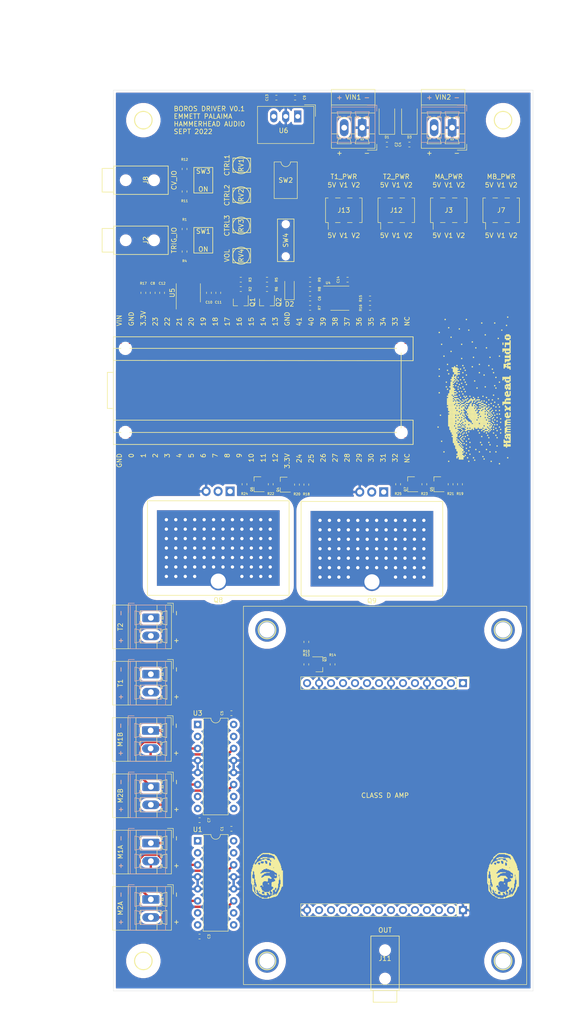
<source format=kicad_pcb>
(kicad_pcb (version 20171130) (host pcbnew "(5.1.2-1)-1")
  (layers (0 F.Cu signal) (31 B.Cu signal) (34 B.Paste user) (35 F.Paste user) (36 B.SilkS user) (37 F.SilkS user) (38 B.Mask user) (39 F.Mask user) (44 Edge.Cuts user))
  (net 0 "")
  (net 1 GND)
  (net 2 +5V)
  (net 3 VDD)
  (net 4 "Net-(C3-Pad2)")
  (net 5 VCC)
  (net 6 "Net-(C11-Pad2)")
  (net 7 AR)
  (net 8 "Net-(C10-Pad2)")
  (net 9 AL)
  (net 10 "Net-(J5-Pad1)")
  (net 11 "Net-(J5-Pad2)")
  (net 12 "Net-(J8-Pad1)")
  (net 13 "Net-(J12-Pad1)")
  (net 14 "Net-(J13-Pad1)")
  (net 15 "Net-(J14-Pad1)")
  (net 16 "Net-(Q1-Pad1)")
  (net 17 MUTE)
  (net 18 "Net-(Q4-Pad1)")
  (net 19 "Net-(Q4-Pad3)")
  (net 20 "Net-(Q5-Pad3)")
  (net 21 "Net-(Q5-Pad1)")
  (net 22 +3V3)
  (net 23 T2)
  (net 24 T1)
  (net 25 CTRL1)
  (net 26 CTRL2)
  (net 27 MUTE_IN)
  (net 28 M1AEN)
  (net 29 M2AEN)
  (net 30 M1A1)
  (net 31 M2A1)
  (net 32 M1A2)
  (net 33 M2A2)
  (net 34 "Net-(U2-Pad17)")
  (net 35 "Net-(U2-Pad18)")
  (net 36 "Net-(U2-Pad19)")
  (net 37 "Net-(U2-Pad20)")
  (net 38 "Net-(U2-Pad16)")
  (net 39 "Net-(U2-Pad15)")
  (net 40 "Net-(U2-Pad14)")
  (net 41 "Net-(U2-Pad21)")
  (net 42 "Net-(U2-Pad22)")
  (net 43 "Net-(U2-Pad23)")
  (net 44 "Net-(U2-Pad24)")
  (net 45 "Net-(U2-Pad25)")
  (net 46 "Net-(U2-Pad26)")
  (net 47 "Net-(U2-Pad27)")
  (net 48 "Net-(U2-Pad28)")
  (net 49 "Net-(U2-Pad29)")
  (net 50 "Net-(U2-Pad30)")
  (net 51 "Net-(U2-Pad31)")
  (net 52 "Net-(U2-Pad32)")
  (net 53 "Net-(U2-Pad13)")
  (net 54 "Net-(U2-Pad12)")
  (net 55 "Net-(U2-Pad11)")
  (net 56 "Net-(U2-Pad10)")
  (net 57 "Net-(U2-Pad8)")
  (net 58 "Net-(U2-Pad7)")
  (net 59 "Net-(U2-Pad6)")
  (net 60 "Net-(U2-Pad5)")
  (net 61 "Net-(U2-Pad4)")
  (net 62 "Net-(U2-Pad3)")
  (net 63 "Net-(U2-Pad2)")
  (net 64 "Net-(U2-Pad33)")
  (net 65 "Net-(U2-Pad34)")
  (net 66 "Net-(U2-Pad35)")
  (net 67 "Net-(U2-Pad36)")
  (net 68 "Net-(U2-Pad37)")
  (net 69 "Net-(U2-Pad38)")
  (net 70 "Net-(U2-Pad39)")
  (net 71 "Net-(U2-Pad40)")
  (net 72 "Net-(U2-Pad41)")
  (net 73 "Net-(U2-Pad44)")
  (net 74 "Net-(U2-Pad45)")
  (net 75 "Net-(U2-Pad47)")
  (net 76 M2B2)
  (net 77 M1B2)
  (net 78 M2B1)
  (net 79 M1B1)
  (net 80 M2BEN)
  (net 81 M1BEN)
  (net 82 BCK)
  (net 83 WS)
  (net 84 DIN)
  (net 85 FAULT)
  (net 86 "Net-(D2-Pad1)")
  (net 87 "Net-(D2-Pad2)")
  (net 88 "Net-(J2-Pad1)")
  (net 89 "Net-(J2-Pad3)")
  (net 90 "Net-(J6-Pad1)")
  (net 91 "Net-(J6-Pad2)")
  (net 92 "Net-(J8-Pad3)")
  (net 93 "Net-(J9-Pad1)")
  (net 94 "Net-(J9-Pad2)")
  (net 95 "Net-(J10-Pad1)")
  (net 96 "Net-(J10-Pad2)")
  (net 97 "Net-(J15-Pad1)")
  (net 98 "Net-(Q1-Pad2)")
  (net 99 CLK_IN)
  (net 100 "Net-(Q3-Pad1)")
  (net 101 "Net-(Q6-Pad3)")
  (net 102 "Net-(Q7-Pad3)")
  (net 103 "Net-(R1-Pad2)")
  (net 104 TRIG_OUT)
  (net 105 "Net-(R8-Pad1)")
  (net 106 UM)
  (net 107 DIP3)
  (net 108 DIP2)
  (net 109 DIP1)
  (net 110 CV_OUT)
  (net 111 CV_IN)
  (net 112 "Net-(U5-Pad7)")
  (net 113 "Net-(U7-Pad14)")
  (net 114 "Net-(U7-Pad12)")
  (net 115 "Net-(U7-Pad11)")
  (net 116 "Net-(U7-Pad10)")
  (net 117 "Net-(U7-Pad6)")
  (net 118 "Net-(U7-Pad5)")
  (net 119 "Net-(U7-Pad4)")
  (net 120 "Net-(U7-Pad3)")
  (net 121 "Net-(R11-Pad2)")
  (net 122 "Net-(R4-Pad2)")
  (net 123 VOL)
  (net 124 "Net-(C6-Pad1)")
  (net 125 "Net-(C7-Pad2)")
  (net 126 "Net-(C12-Pad1)")
  (net 127 "Net-(R9-Pad1)")
  (net 128 "Net-(R12-Pad2)")
  (net 129 "Net-(SW4-Pad1)")
  (net 130 "Net-(R15-Pad1)")
  (module HammerheadAudio:HH_LOGO_32x16 (layer F.Cu) (at 87.709375 73.025 90)
    (fp_text reference HH_LOGO_32x16 hide)
    (fp_text value "" (at 0 0 90) (layer F.SilkS) (effects (font (size 1.27 1.27))))
  )
  (module Package_DIP:SMDIP-6_W7.62mm (layer F.Cu) (at 55.5625 12.7)
    (fp_text reference SW2 (at 0 0) (layer F.SilkS))
    (fp_text value SW_DIP_x03)
    (pad 1 smd rect (at -3.81 -2.54) (size 2 1.78) (layers F.Cu F.Paste F.Mask) (net 1 GND))
    (pad 4 smd rect (at 3.81 2.54) (size 2 1.78) (layers F.Cu F.Paste F.Mask) (net 107 DIP3))
    (pad 2 smd rect (at -3.81 0) (size 2 1.78) (layers F.Cu F.Paste F.Mask) (net 1 GND))
    (pad 5 smd rect (at 3.81 0) (size 2 1.78) (layers F.Cu F.Paste F.Mask) (net 108 DIP2))
    (pad 3 smd rect (at -3.81 2.54) (size 2 1.78) (layers F.Cu F.Paste F.Mask) (net 1 GND))
    (pad 6 smd rect (at 3.81 -2.54) (size 2 1.78) (layers F.Cu F.Paste F.Mask) (net 109 DIP1))
  )
  (module Connector_PinHeader_2.54mm:PinHeader_2x03_P2.54mm_Vertical_SMD_PWR_OPT (layer F.Cu) (at 67.865625 19.05 90)
    (fp_text reference J13 (at 0 0) (layer F.SilkS))
    (fp_text value T1_PWR (at 7.112 0 unlocked) (layer F.SilkS))
    (fp_text user V1 (at -5.334 0) (layer F.SilkS))
    (fp_text user V2 (at -5.334 2.54) (layer F.SilkS))
    (fp_text user 5V (at -5.334 -2.54) (layer F.SilkS))
    (fp_text user V2 (at 5.334 2.54) (layer F.SilkS))
    (fp_text user V1 (at 5.334 0 180) (layer F.SilkS))
    (fp_text user 5V (at 5.334 -2.54 180) (layer F.SilkS))
    (pad 1 smd rect (at -2.525 -2.54 90) (size 3.15 1) (layers F.Cu F.Paste F.Mask) (net 14 "Net-(J13-Pad1)"))
    (pad 2 smd rect (at 2.525 -2.54 90) (size 3.15 1) (layers F.Cu F.Paste F.Mask) (net 2 +5V))
    (pad 3 smd rect (at -2.525 0 90) (size 3.15 1) (layers F.Cu F.Paste F.Mask) (net 14 "Net-(J13-Pad1)"))
    (pad 4 smd rect (at 2.525 0 90) (size 3.15 1) (layers F.Cu F.Paste F.Mask) (net 3 VDD))
    (pad 5 smd rect (at -2.525 2.54 90) (size 3.15 1) (layers F.Cu F.Paste F.Mask) (net 14 "Net-(J13-Pad1)"))
    (pad 6 smd rect (at 2.525 2.54 90) (size 3.15 1) (layers F.Cu F.Paste F.Mask) (net 5 VCC))
  )
  (module Connector_PinHeader_2.54mm:PinHeader_2x03_P2.54mm_Vertical_SMD_PWR_OPT (layer F.Cu) (at 78.978125 19.05 90)
    (fp_text reference J12 (at 0 0) (layer F.SilkS))
    (fp_text value T2_PWR (at 7.112 0 unlocked) (layer F.SilkS))
    (fp_text user V1 (at -5.334 0) (layer F.SilkS))
    (fp_text user V2 (at -5.334 2.54) (layer F.SilkS))
    (fp_text user 5V (at -5.334 -2.54) (layer F.SilkS))
    (fp_text user V2 (at 5.334 2.54) (layer F.SilkS))
    (fp_text user V1 (at 5.334 0 180) (layer F.SilkS))
    (fp_text user 5V (at 5.334 -2.54 180) (layer F.SilkS))
    (pad 1 smd rect (at -2.525 -2.54 90) (size 3.15 1) (layers F.Cu F.Paste F.Mask) (net 13 "Net-(J12-Pad1)"))
    (pad 2 smd rect (at 2.525 -2.54 90) (size 3.15 1) (layers F.Cu F.Paste F.Mask) (net 2 +5V))
    (pad 3 smd rect (at -2.525 0 90) (size 3.15 1) (layers F.Cu F.Paste F.Mask) (net 13 "Net-(J12-Pad1)"))
    (pad 4 smd rect (at 2.525 0 90) (size 3.15 1) (layers F.Cu F.Paste F.Mask) (net 3 VDD))
    (pad 5 smd rect (at -2.525 2.54 90) (size 3.15 1) (layers F.Cu F.Paste F.Mask) (net 13 "Net-(J12-Pad1)"))
    (pad 6 smd rect (at 2.525 2.54 90) (size 3.15 1) (layers F.Cu F.Paste F.Mask) (net 5 VCC))
  )
  (module Connector_PinHeader_2.54mm:PinHeader_2x03_P2.54mm_Vertical_SMD_PWR_OPT (layer F.Cu) (at 90.090625 19.05 90)
    (fp_text reference J3 (at 0 0) (layer F.SilkS))
    (fp_text value MA_PWR (at 7.112 0 unlocked) (layer F.SilkS))
    (fp_text user V1 (at -5.334 0) (layer F.SilkS))
    (fp_text user V2 (at -5.334 2.54) (layer F.SilkS))
    (fp_text user 5V (at -5.334 -2.54) (layer F.SilkS))
    (fp_text user V2 (at 5.334 2.54) (layer F.SilkS))
    (fp_text user V1 (at 5.334 0 180) (layer F.SilkS))
    (fp_text user 5V (at 5.334 -2.54 180) (layer F.SilkS))
    (pad 1 smd rect (at -2.525 -2.54 90) (size 3.15 1) (layers F.Cu F.Paste F.Mask) (net 4 "Net-(C3-Pad2)"))
    (pad 2 smd rect (at 2.525 -2.54 90) (size 3.15 1) (layers F.Cu F.Paste F.Mask) (net 2 +5V))
    (pad 3 smd rect (at -2.525 0 90) (size 3.15 1) (layers F.Cu F.Paste F.Mask) (net 4 "Net-(C3-Pad2)"))
    (pad 4 smd rect (at 2.525 0 90) (size 3.15 1) (layers F.Cu F.Paste F.Mask) (net 3 VDD))
    (pad 5 smd rect (at -2.525 2.54 90) (size 3.15 1) (layers F.Cu F.Paste F.Mask) (net 4 "Net-(C3-Pad2)"))
    (pad 6 smd rect (at 2.525 2.54 90) (size 3.15 1) (layers F.Cu F.Paste F.Mask) (net 5 VCC))
  )
  (module Connector_PinHeader_2.54mm:PinHeader_2x03_P2.54mm_Vertical_SMD_PWR_OPT (layer F.Cu) (at 101.203125 19.05 90)
    (fp_text reference J7 (at 0 0) (layer F.SilkS))
    (fp_text value MB_PWR (at 7.112 0 unlocked) (layer F.SilkS))
    (fp_text user V1 (at -5.334 0) (layer F.SilkS))
    (fp_text user V2 (at -5.334 2.54) (layer F.SilkS))
    (fp_text user 5V (at -5.334 -2.54) (layer F.SilkS))
    (fp_text user V2 (at 5.334 2.54) (layer F.SilkS))
    (fp_text user V1 (at 5.334 0 180) (layer F.SilkS))
    (fp_text user 5V (at 5.334 -2.54 180) (layer F.SilkS))
    (pad 1 smd rect (at -2.525 -2.54 90) (size 3.15 1) (layers F.Cu F.Paste F.Mask) (net 125 "Net-(C7-Pad2)"))
    (pad 2 smd rect (at 2.525 -2.54 90) (size 3.15 1) (layers F.Cu F.Paste F.Mask) (net 2 +5V))
    (pad 3 smd rect (at -2.525 0 90) (size 3.15 1) (layers F.Cu F.Paste F.Mask) (net 125 "Net-(C7-Pad2)"))
    (pad 4 smd rect (at 2.525 0 90) (size 3.15 1) (layers F.Cu F.Paste F.Mask) (net 3 VDD))
    (pad 5 smd rect (at -2.525 2.54 90) (size 3.15 1) (layers F.Cu F.Paste F.Mask) (net 125 "Net-(C7-Pad2)"))
    (pad 6 smd rect (at 2.525 2.54 90) (size 3.15 1) (layers F.Cu F.Paste F.Mask) (net 5 VCC))
  )
  (module HammerheadAudio:JLC-StereoJack-MonoSwitched-C2764616_VAL (layer F.Cu) (at 16.66875 12.7)
    (fp_text reference J8 (at 9.25 0 90) (layer F.SilkS))
    (fp_text value CV_IO (at 15.24 0 90) (layer F.SilkS))
    (pad "" np_thru_hole circle (at 11 0) (size 1.5 1.5) (drill 1.5) (layers *.Cu *.Mask))
    (pad "" np_thru_hole circle (at 5 0) (size 1.5 1.5) (drill 1.5) (layers *.Cu *.Mask))
    (pad 1 smd rect (at 11.3 3.325) (size 1.5 2.85) (layers F.Cu F.Paste F.Mask) (net 12 "Net-(J8-Pad1)"))
    (pad 3 smd rect (at 13.1 -3.4) (size 1.5 2.65) (layers F.Cu F.Paste F.Mask) (net 92 "Net-(J8-Pad3)"))
    (pad ~ smd rect (at 7.3 -3.425) (size 1.5 2.65) (layers F.Cu F.Paste F.Mask))
    (pad 2 smd rect (at 4.5 3.425) (size 1.5 2.65) (layers F.Cu F.Paste F.Mask) (net 1 GND))
  )
  (module HammerheadAudio:JLC-StereoJack-MonoSwitched-C2764616_VAL (layer F.Cu) (at 16.66875 25.4)
    (fp_text reference J2 (at 9.25 0 90) (layer F.SilkS))
    (fp_text value TRIG_IO (at 15.24 0 90) (layer F.SilkS))
    (pad "" np_thru_hole circle (at 11 0) (size 1.5 1.5) (drill 1.5) (layers *.Cu *.Mask))
    (pad "" np_thru_hole circle (at 5 0) (size 1.5 1.5) (drill 1.5) (layers *.Cu *.Mask))
    (pad 1 smd rect (at 11.3 3.325) (size 1.5 2.85) (layers F.Cu F.Paste F.Mask) (net 88 "Net-(J2-Pad1)"))
    (pad 3 smd rect (at 13.1 -3.4) (size 1.5 2.65) (layers F.Cu F.Paste F.Mask) (net 89 "Net-(J2-Pad3)"))
    (pad ~ smd rect (at 7.3 -3.425) (size 1.5 2.65) (layers F.Cu F.Paste F.Mask))
    (pad 2 smd rect (at 4.5 3.425) (size 1.5 2.65) (layers F.Cu F.Paste F.Mask) (net 1 GND))
  )
  (module Diode_SMD:D_SMA_SmallRef (layer F.Cu) (at 76.99375 -0.4125 90)
    (fp_text reference D1 (at -4 0) (layer F.SilkS) (effects (font (size 0.5 0.5) (thickness 0.1))))
    (fp_text value M7)
    (pad 1 smd rect (at -2 0 90) (size 2.5 1.8) (layers F.Cu F.Paste F.Mask) (net 3 VDD))
    (pad 2 smd rect (at 2 0 90) (size 2.5 1.8) (layers F.Cu F.Paste F.Mask) (net 1 GND))
  )
  (module Diode_SMD:D_SMA_SmallRef (layer F.Cu) (at 81.75625 -0.4125 90)
    (fp_text reference D3 (at -4 0) (layer F.SilkS) (effects (font (size 0.5 0.5) (thickness 0.1))))
    (fp_text value M7)
    (pad 2 smd rect (at 2 0 90) (size 2.5 1.8) (layers F.Cu F.Paste F.Mask) (net 1 GND))
    (pad 1 smd rect (at -2 0 90) (size 2.5 1.8) (layers F.Cu F.Paste F.Mask) (net 5 VCC))
  )
  (module Package_TO_SOT_SMD:SOT-23_SmallRef (layer F.Cu) (at 87.709375 76.99375 180)
    (fp_text reference Q5 (at 1.25 -0.5 270) (layer F.SilkS) (effects (font (size 0.5 0.5) (thickness 0.1)) (justify right)))
    (fp_text value MMBT3904)
    (pad 3 smd rect (at 1 0 180) (size 0.9 0.8) (layers F.Cu F.Paste F.Mask) (net 20 "Net-(Q5-Pad3)"))
    (pad 2 smd rect (at -1 0.95 180) (size 0.9 0.8) (layers F.Cu F.Paste F.Mask) (net 1 GND))
    (pad 1 smd rect (at -1 -0.95 180) (size 0.9 0.8) (layers F.Cu F.Paste F.Mask) (net 21 "Net-(Q5-Pad1)"))
  )
  (module Package_TO_SOT_SMD:SOT-23_SmallRef (layer F.Cu) (at 49.609375 76.99375 180)
    (fp_text reference Q6 (at 1.25 -0.5 270) (layer F.SilkS) (effects (font (size 0.5 0.5) (thickness 0.1)) (justify right)))
    (fp_text value MMBT3904)
    (pad 1 smd rect (at -1 -0.95 180) (size 0.9 0.8) (layers F.Cu F.Paste F.Mask) (net 19 "Net-(Q4-Pad3)"))
    (pad 2 smd rect (at -1 0.95 180) (size 0.9 0.8) (layers F.Cu F.Paste F.Mask) (net 1 GND))
    (pad 3 smd rect (at 1 0 180) (size 0.9 0.8) (layers F.Cu F.Paste F.Mask) (net 101 "Net-(Q6-Pad3)"))
  )
  (module Package_TO_SOT_SMD:SOT-23_SmallRef (layer F.Cu) (at 82.153125 76.99375 180)
    (fp_text reference Q7 (at 1.25 -0.5 270) (layer F.SilkS) (effects (font (size 0.5 0.5) (thickness 0.1)) (justify right)))
    (fp_text value MMBT3904)
    (pad 1 smd rect (at -1 -0.95 180) (size 0.9 0.8) (layers F.Cu F.Paste F.Mask) (net 20 "Net-(Q5-Pad3)"))
    (pad 2 smd rect (at -1 0.95 180) (size 0.9 0.8) (layers F.Cu F.Paste F.Mask) (net 1 GND))
    (pad 3 smd rect (at 1 0 180) (size 0.9 0.8) (layers F.Cu F.Paste F.Mask) (net 102 "Net-(Q7-Pad3)"))
  )
  (module Resistor_SMD:R_0603_1608Metric_Pad1.05x0.95mm_HandSolder_SmallRef_Top (layer F.Cu) (at 59.928125 77.073125 90)
    (fp_text reference R18 (at -2 0) (layer F.SilkS) (effects (font (size 0.5 0.5) (thickness 0.1))))
    (fp_text value 1k)
    (pad 1 smd roundrect (at -0.875 0 90) (size 1.05 0.95) (layers F.Cu F.Paste F.Mask) (net 18 "Net-(Q4-Pad1)"))
    (pad 2 smd roundrect (at 0.875 0 90) (size 1.05 0.95) (layers F.Cu F.Paste F.Mask) (net 23 T2))
  )
  (module Resistor_SMD:R_0603_1608Metric_Pad1.05x0.95mm_HandSolder_SmallRef_Top (layer F.Cu) (at 92.471875 76.99375 90)
    (fp_text reference R19 (at -2 0) (layer F.SilkS) (effects (font (size 0.5 0.5) (thickness 0.1))))
    (fp_text value 1k)
    (pad 1 smd roundrect (at -0.875 0 90) (size 1.05 0.95) (layers F.Cu F.Paste F.Mask) (net 21 "Net-(Q5-Pad1)"))
    (pad 2 smd roundrect (at 0.875 0 90) (size 1.05 0.95) (layers F.Cu F.Paste F.Mask) (net 24 T1))
  )
  (module Resistor_SMD:R_0603_1608Metric_Pad1.05x0.95mm_HandSolder_SmallRef_Top (layer F.Cu) (at 90.4875 76.99375 90)
    (fp_text reference R21 (at -2 0) (layer F.SilkS) (effects (font (size 0.5 0.5) (thickness 0.1))))
    (fp_text value 100k)
    (pad 2 smd roundrect (at 0.875 0 90) (size 1.05 0.95) (layers F.Cu F.Paste F.Mask) (net 1 GND))
    (pad 1 smd roundrect (at -0.875 0 90) (size 1.05 0.95) (layers F.Cu F.Paste F.Mask) (net 21 "Net-(Q5-Pad1)"))
  )
  (module Resistor_SMD:R_0603_1608Metric_Pad1.05x0.95mm_HandSolder_SmallRef_Top (layer F.Cu) (at 52.3875 76.99375 90)
    (fp_text reference R22 (at -2 0) (layer F.SilkS) (effects (font (size 0.5 0.5) (thickness 0.1))))
    (fp_text value 1k)
    (pad 2 smd roundrect (at 0.875 0 90) (size 1.05 0.95) (layers F.Cu F.Paste F.Mask) (net 13 "Net-(J12-Pad1)"))
    (pad 1 smd roundrect (at -0.875 0 90) (size 1.05 0.95) (layers F.Cu F.Paste F.Mask) (net 19 "Net-(Q4-Pad3)"))
  )
  (module Resistor_SMD:R_0603_1608Metric_Pad1.05x0.95mm_HandSolder_SmallRef_Top (layer F.Cu) (at 84.93125 76.99375 90)
    (fp_text reference R23 (at -2 0) (layer F.SilkS) (effects (font (size 0.5 0.5) (thickness 0.1))))
    (fp_text value 1k)
    (pad 2 smd roundrect (at 0.875 0 90) (size 1.05 0.95) (layers F.Cu F.Paste F.Mask) (net 14 "Net-(J13-Pad1)"))
    (pad 1 smd roundrect (at -0.875 0 90) (size 1.05 0.95) (layers F.Cu F.Paste F.Mask) (net 20 "Net-(Q5-Pad3)"))
  )
  (module Resistor_SMD:R_0603_1608Metric_Pad1.05x0.95mm_HandSolder_SmallRef_Top (layer F.Cu) (at 46.83125 76.99375 90)
    (fp_text reference R24 (at -2 0) (layer F.SilkS) (effects (font (size 0.5 0.5) (thickness 0.1))))
    (fp_text value 1k)
    (pad 1 smd roundrect (at -0.875 0 90) (size 1.05 0.95) (layers F.Cu F.Paste F.Mask) (net 101 "Net-(Q6-Pad3)"))
    (pad 2 smd roundrect (at 0.875 0 90) (size 1.05 0.95) (layers F.Cu F.Paste F.Mask) (net 13 "Net-(J12-Pad1)"))
  )
  (module Resistor_SMD:R_0603_1608Metric_Pad1.05x0.95mm_HandSolder_SmallRef_Top (layer F.Cu) (at 79.375 76.99375 90)
    (fp_text reference R25 (at -2 0) (layer F.SilkS) (effects (font (size 0.5 0.5) (thickness 0.1))))
    (fp_text value 1k)
    (pad 1 smd roundrect (at -0.875 0 90) (size 1.05 0.95) (layers F.Cu F.Paste F.Mask) (net 102 "Net-(Q7-Pad3)"))
    (pad 2 smd roundrect (at 0.875 0 90) (size 1.05 0.95) (layers F.Cu F.Paste F.Mask) (net 14 "Net-(J13-Pad1)"))
  )
  (module HammerheadAudio:JLC_SW_SPDT_SMT_C145845 (layer F.Cu) (at 55.5625 25.4 180)
    (fp_text reference SW4 (at 0 0 90) (layer F.SilkS))
    (fp_text value PWR)
    (pad "" np_thru_hole circle (at 0 3.4 180) (size 0.77 0.77) (drill 0.77) (layers *.Cu *.Mask))
    (pad "" np_thru_hole circle (at 0 -3.4 180) (size 0.77 0.77) (drill 0.77) (layers *.Cu *.Mask))
    (pad 1 smd rect (at 2.8 2.5 180) (size 2 1.2) (layers F.Cu F.Paste F.Mask) (net 129 "Net-(SW4-Pad1)"))
    (pad 3 smd rect (at 2.8 -2.5 180) (size 2 1.2) (layers F.Cu F.Paste F.Mask) (net 1 GND))
    (pad 2 smd rect (at 2.8 0 180) (size 2 1.2) (layers F.Cu F.Paste F.Mask) (net 27 MUTE_IN))
    (pad 1 smd rect (at -2.8 2.5 180) (size 2 1.2) (layers F.Cu F.Paste F.Mask) (net 129 "Net-(SW4-Pad1)"))
    (pad 3 smd rect (at -2.8 -2.5 180) (size 2 1.2) (layers F.Cu F.Paste F.Mask) (net 1 GND))
    (pad 2 smd rect (at -2.8 0 180) (size 2 1.2) (layers F.Cu F.Paste F.Mask) (net 27 MUTE_IN))
  )
  (module Package_DIP:DIP-16_W7.62mm (layer F.Cu) (at 36.909375 152.4)
    (fp_text reference U1 (at 0 -2.38125) (layer F.SilkS))
    (fp_text value L293D)
    (pad 1 thru_hole rect (at 0 0) (size 1.6 1.6) (drill 0.8) (layers *.Cu *.Mask) (net 28 M1AEN))
    (pad 9 thru_hole oval (at 7.62 17.78) (size 1.6 1.6) (drill 0.8) (layers *.Cu *.Mask) (net 29 M2AEN))
    (pad 2 thru_hole oval (at 0 2.54) (size 1.6 1.6) (drill 0.8) (layers *.Cu *.Mask) (net 32 M1A2))
    (pad 10 thru_hole oval (at 7.62 15.24) (size 1.6 1.6) (drill 0.8) (layers *.Cu *.Mask) (net 31 M2A1))
    (pad 3 thru_hole oval (at 0 5.08) (size 1.6 1.6) (drill 0.8) (layers *.Cu *.Mask) (net 10 "Net-(J5-Pad1)"))
    (pad 11 thru_hole oval (at 7.62 12.7) (size 1.6 1.6) (drill 0.8) (layers *.Cu *.Mask) (net 91 "Net-(J6-Pad2)"))
    (pad 4 thru_hole oval (at 0 7.62) (size 1.6 1.6) (drill 0.8) (layers *.Cu *.Mask) (net 1 GND))
    (pad 12 thru_hole oval (at 7.62 10.16) (size 1.6 1.6) (drill 0.8) (layers *.Cu *.Mask) (net 1 GND))
    (pad 5 thru_hole oval (at 0 10.16) (size 1.6 1.6) (drill 0.8) (layers *.Cu *.Mask) (net 1 GND))
    (pad 13 thru_hole oval (at 7.62 7.62) (size 1.6 1.6) (drill 0.8) (layers *.Cu *.Mask) (net 1 GND))
    (pad 6 thru_hole oval (at 0 12.7) (size 1.6 1.6) (drill 0.8) (layers *.Cu *.Mask) (net 11 "Net-(J5-Pad2)"))
    (pad 14 thru_hole oval (at 7.62 5.08) (size 1.6 1.6) (drill 0.8) (layers *.Cu *.Mask) (net 90 "Net-(J6-Pad1)"))
    (pad 7 thru_hole oval (at 0 15.24) (size 1.6 1.6) (drill 0.8) (layers *.Cu *.Mask) (net 30 M1A1))
    (pad 15 thru_hole oval (at 7.62 2.54) (size 1.6 1.6) (drill 0.8) (layers *.Cu *.Mask) (net 33 M2A2))
    (pad 8 thru_hole oval (at 0 17.78) (size 1.6 1.6) (drill 0.8) (layers *.Cu *.Mask) (net 4 "Net-(C3-Pad2)"))
    (pad 16 thru_hole oval (at 7.62 0) (size 1.6 1.6) (drill 0.8) (layers *.Cu *.Mask) (net 2 +5V))
  )
  (module Package_DIP:DIP-16_W7.62mm (layer F.Cu) (at 36.909375 127.79375)
    (fp_text reference U3 (at 0 -2.38125) (layer F.SilkS))
    (fp_text value L293D)
    (pad 16 thru_hole oval (at 7.62 0) (size 1.6 1.6) (drill 0.8) (layers *.Cu *.Mask) (net 2 +5V))
    (pad 8 thru_hole oval (at 0 17.78) (size 1.6 1.6) (drill 0.8) (layers *.Cu *.Mask) (net 125 "Net-(C7-Pad2)"))
    (pad 15 thru_hole oval (at 7.62 2.54) (size 1.6 1.6) (drill 0.8) (layers *.Cu *.Mask) (net 76 M2B2))
    (pad 7 thru_hole oval (at 0 15.24) (size 1.6 1.6) (drill 0.8) (layers *.Cu *.Mask) (net 79 M1B1))
    (pad 14 thru_hole oval (at 7.62 5.08) (size 1.6 1.6) (drill 0.8) (layers *.Cu *.Mask) (net 95 "Net-(J10-Pad1)"))
    (pad 6 thru_hole oval (at 0 12.7) (size 1.6 1.6) (drill 0.8) (layers *.Cu *.Mask) (net 94 "Net-(J9-Pad2)"))
    (pad 13 thru_hole oval (at 7.62 7.62) (size 1.6 1.6) (drill 0.8) (layers *.Cu *.Mask) (net 1 GND))
    (pad 5 thru_hole oval (at 0 10.16) (size 1.6 1.6) (drill 0.8) (layers *.Cu *.Mask) (net 1 GND))
    (pad 12 thru_hole oval (at 7.62 10.16) (size 1.6 1.6) (drill 0.8) (layers *.Cu *.Mask) (net 1 GND))
    (pad 4 thru_hole oval (at 0 7.62) (size 1.6 1.6) (drill 0.8) (layers *.Cu *.Mask) (net 1 GND))
    (pad 11 thru_hole oval (at 7.62 12.7) (size 1.6 1.6) (drill 0.8) (layers *.Cu *.Mask) (net 96 "Net-(J10-Pad2)"))
    (pad 3 thru_hole oval (at 0 5.08) (size 1.6 1.6) (drill 0.8) (layers *.Cu *.Mask) (net 93 "Net-(J9-Pad1)"))
    (pad 10 thru_hole oval (at 7.62 15.24) (size 1.6 1.6) (drill 0.8) (layers *.Cu *.Mask) (net 78 M2B1))
    (pad 2 thru_hole oval (at 0 2.54) (size 1.6 1.6) (drill 0.8) (layers *.Cu *.Mask) (net 77 M1B2))
    (pad 9 thru_hole oval (at 7.62 17.78) (size 1.6 1.6) (drill 0.8) (layers *.Cu *.Mask) (net 80 M2BEN))
    (pad 1 thru_hole rect (at 0 0) (size 1.6 1.6) (drill 0.8) (layers *.Cu *.Mask) (net 81 M1BEN))
  )
  (module Package_SO:SOIC-8_3.9x4.9mm_P1.27mm (layer F.Cu) (at 34.925 36.5125 90)
    (fp_text reference U5 (at 0 -3.4 90) (layer F.SilkS))
    (fp_text value PT8211)
    (pad 1 smd roundrect (at -2.475 -1.905 90) (size 1.95 0.6) (layers F.Cu F.Paste F.Mask) (net 82 BCK))
    (pad 2 smd roundrect (at -2.475 -0.635 90) (size 1.95 0.6) (layers F.Cu F.Paste F.Mask) (net 83 WS))
    (pad 3 smd roundrect (at -2.475 0.635 90) (size 1.95 0.6) (layers F.Cu F.Paste F.Mask) (net 84 DIN))
    (pad 4 smd roundrect (at -2.475 1.905 90) (size 1.95 0.6) (layers F.Cu F.Paste F.Mask) (net 1 GND))
    (pad 5 smd roundrect (at 2.475 1.905 90) (size 1.95 0.6) (layers F.Cu F.Paste F.Mask) (net 126 "Net-(C12-Pad1)"))
    (pad 6 smd roundrect (at 2.475 0.635 90) (size 1.95 0.6) (layers F.Cu F.Paste F.Mask) (net 6 "Net-(C11-Pad2)"))
    (pad 7 smd roundrect (at 2.475 -0.635 90) (size 1.95 0.6) (layers F.Cu F.Paste F.Mask) (net 112 "Net-(U5-Pad7)"))
    (pad 8 smd roundrect (at 2.475 -1.905 90) (size 1.95 0.6) (layers F.Cu F.Paste F.Mask) (net 8 "Net-(C10-Pad2)"))
  )
  (module HammerheadAudio:TRACO_DCDC (layer F.Cu) (at 55.5625 -0.79375 180)
    (fp_text reference U6 (at 0.46 -3) (layer F.SilkS))
    (fp_text value LM7805_TO220)
    (pad 1 thru_hole rect (at -2.54 0 180) (size 1.5 2.5) (drill 1) (layers *.Cu *.Mask) (net 3 VDD))
    (pad 2 thru_hole oval (at 0 0 180) (size 1.5 2.5) (drill 1) (layers *.Cu *.Mask) (net 1 GND))
    (pad 3 thru_hole oval (at 2.54 0 180) (size 1.5 2.5) (drill 1) (layers *.Cu *.Mask) (net 2 +5V))
    (pad 1 thru_hole rect (at -2.54 0 180) (size 1.5 2.5) (drill 1) (layers *.Cu *.Mask) (net 3 VDD))
    (pad 2 thru_hole oval (at 0 0 180) (size 1.5 2.5) (drill 1) (layers *.Cu *.Mask) (net 1 GND))
    (pad 3 thru_hole oval (at 2.54 0 180) (size 1.5 2.5) (drill 1) (layers *.Cu *.Mask) (net 2 +5V))
  )
  (module HammerheadAudio:TO-220_AssmanSink (layer F.Cu) (at 73.81875 97.63125 180)
    (fp_text reference Q9 (at 0 -4) (layer F.SilkS))
    (fp_text value IRF640N)
    (pad 2 thru_hole circle (at 11 13 180) (size 1 1) (drill 0.7) (layers *.Cu *.Mask) (net 97 "Net-(J15-Pad1)"))
    (pad 2 thru_hole circle (at 9 13 180) (size 1 1) (drill 0.7) (layers *.Cu *.Mask) (net 97 "Net-(J15-Pad1)"))
    (pad 2 thru_hole circle (at 11 11 180) (size 1 1) (drill 0.7) (layers *.Cu *.Mask) (net 97 "Net-(J15-Pad1)"))
    (pad 2 thru_hole circle (at 9 11 180) (size 1 1) (drill 0.7) (layers *.Cu *.Mask) (net 97 "Net-(J15-Pad1)"))
    (pad 2 thru_hole circle (at 9 9 180) (size 1 1) (drill 0.7) (layers *.Cu *.Mask) (net 97 "Net-(J15-Pad1)"))
    (pad 2 thru_hole circle (at 11 9 180) (size 1 1) (drill 0.7) (layers *.Cu *.Mask) (net 97 "Net-(J15-Pad1)"))
    (pad 2 thru_hole circle (at 9 7 180) (size 1 1) (drill 0.7) (layers *.Cu *.Mask) (net 97 "Net-(J15-Pad1)"))
    (pad 2 thru_hole circle (at 11 7 180) (size 1 1) (drill 0.7) (layers *.Cu *.Mask) (net 97 "Net-(J15-Pad1)"))
    (pad 2 thru_hole circle (at 9 5 180) (size 1 1) (drill 0.7) (layers *.Cu *.Mask) (net 97 "Net-(J15-Pad1)"))
    (pad 2 thru_hole circle (at 11 5 180) (size 1 1) (drill 0.7) (layers *.Cu *.Mask) (net 97 "Net-(J15-Pad1)"))
    (pad 2 thru_hole circle (at 11 3 180) (size 1 1) (drill 0.7) (layers *.Cu *.Mask) (net 97 "Net-(J15-Pad1)"))
    (pad 2 thru_hole circle (at 9 3 180) (size 1 1) (drill 0.7) (layers *.Cu *.Mask) (net 97 "Net-(J15-Pad1)"))
    (pad 2 thru_hole circle (at 11 1 180) (size 1 1) (drill 0.7) (layers *.Cu *.Mask) (net 97 "Net-(J15-Pad1)"))
    (pad 2 thru_hole circle (at 7 1 180) (size 1 1) (drill 0.7) (layers *.Cu *.Mask) (net 97 "Net-(J15-Pad1)"))
    (pad 2 thru_hole circle (at 5 1 180) (size 1 1) (drill 0.7) (layers *.Cu *.Mask) (net 97 "Net-(J15-Pad1)"))
    (pad 2 thru_hole circle (at 9 1 180) (size 1 1) (drill 0.7) (layers *.Cu *.Mask) (net 97 "Net-(J15-Pad1)"))
    (pad 2 thru_hole circle (at -1 3 180) (size 1 1) (drill 0.7) (layers *.Cu *.Mask) (net 97 "Net-(J15-Pad1)"))
    (pad 2 thru_hole circle (at 7 3 180) (size 1 1) (drill 0.7) (layers *.Cu *.Mask) (net 97 "Net-(J15-Pad1)"))
    (pad 2 thru_hole circle (at 3 3 180) (size 1 1) (drill 0.7) (layers *.Cu *.Mask) (net 97 "Net-(J15-Pad1)"))
    (pad 2 thru_hole circle (at 1 3 180) (size 1 1) (drill 0.7) (layers *.Cu *.Mask) (net 97 "Net-(J15-Pad1)"))
    (pad 2 thru_hole circle (at 5 3 180) (size 1 1) (drill 0.7) (layers *.Cu *.Mask) (net 97 "Net-(J15-Pad1)"))
    (pad 2 thru_hole circle (at -1 5 180) (size 1 1) (drill 0.7) (layers *.Cu *.Mask) (net 97 "Net-(J15-Pad1)"))
    (pad 2 thru_hole circle (at 7 5 180) (size 1 1) (drill 0.7) (layers *.Cu *.Mask) (net 97 "Net-(J15-Pad1)"))
    (pad 2 thru_hole circle (at 3 5 180) (size 1 1) (drill 0.7) (layers *.Cu *.Mask) (net 97 "Net-(J15-Pad1)"))
    (pad 2 thru_hole circle (at 1 5 180) (size 1 1) (drill 0.7) (layers *.Cu *.Mask) (net 97 "Net-(J15-Pad1)"))
    (pad 2 thru_hole circle (at 5 5 180) (size 1 1) (drill 0.7) (layers *.Cu *.Mask) (net 97 "Net-(J15-Pad1)"))
    (pad 2 thru_hole circle (at -1 7 180) (size 1 1) (drill 0.7) (layers *.Cu *.Mask) (net 97 "Net-(J15-Pad1)"))
    (pad 2 thru_hole circle (at 7 7 180) (size 1 1) (drill 0.7) (layers *.Cu *.Mask) (net 97 "Net-(J15-Pad1)"))
    (pad 2 thru_hole circle (at 3 7 180) (size 1 1) (drill 0.7) (layers *.Cu *.Mask) (net 97 "Net-(J15-Pad1)"))
    (pad 2 thru_hole circle (at 1 7 180) (size 1 1) (drill 0.7) (layers *.Cu *.Mask) (net 97 "Net-(J15-Pad1)"))
    (pad 2 thru_hole circle (at 5 7 180) (size 1 1) (drill 0.7) (layers *.Cu *.Mask) (net 97 "Net-(J15-Pad1)"))
    (pad 2 thru_hole circle (at -1 9 180) (size 1 1) (drill 0.7) (layers *.Cu *.Mask) (net 97 "Net-(J15-Pad1)"))
    (pad 2 thru_hole circle (at 7 9 180) (size 1 1) (drill 0.7) (layers *.Cu *.Mask) (net 97 "Net-(J15-Pad1)"))
    (pad 2 thru_hole circle (at 3 9 180) (size 1 1) (drill 0.7) (layers *.Cu *.Mask) (net 97 "Net-(J15-Pad1)"))
    (pad 2 thru_hole circle (at 1 9 180) (size 1 1) (drill 0.7) (layers *.Cu *.Mask) (net 97 "Net-(J15-Pad1)"))
    (pad 2 thru_hole circle (at 5 9 180) (size 1 1) (drill 0.7) (layers *.Cu *.Mask) (net 97 "Net-(J15-Pad1)"))
    (pad 2 thru_hole circle (at 7 11 180) (size 1 1) (drill 0.7) (layers *.Cu *.Mask) (net 97 "Net-(J15-Pad1)"))
    (pad 2 thru_hole circle (at 3 11 180) (size 1 1) (drill 0.7) (layers *.Cu *.Mask) (net 97 "Net-(J15-Pad1)"))
    (pad 2 thru_hole circle (at 1 11 180) (size 1 1) (drill 0.7) (layers *.Cu *.Mask) (net 97 "Net-(J15-Pad1)"))
    (pad 2 thru_hole circle (at 5 11 180) (size 1 1) (drill 0.7) (layers *.Cu *.Mask) (net 97 "Net-(J15-Pad1)"))
    (pad 2 thru_hole circle (at -1 11 180) (size 1 1) (drill 0.7) (layers *.Cu *.Mask) (net 97 "Net-(J15-Pad1)"))
    (pad 2 thru_hole circle (at 5 13 180) (size 1 1) (drill 0.7) (layers *.Cu *.Mask) (net 97 "Net-(J15-Pad1)"))
    (pad 2 thru_hole circle (at -1 13 180) (size 1 1) (drill 0.7) (layers *.Cu *.Mask) (net 97 "Net-(J15-Pad1)"))
    (pad 2 thru_hole circle (at 7 13 180) (size 1 1) (drill 0.7) (layers *.Cu *.Mask) (net 97 "Net-(J15-Pad1)"))
    (pad 2 thru_hole circle (at 3 13 180) (size 1 1) (drill 0.7) (layers *.Cu *.Mask) (net 97 "Net-(J15-Pad1)"))
    (pad 2 thru_hole circle (at 1 13 180) (size 1 1) (drill 0.7) (layers *.Cu *.Mask) (net 97 "Net-(J15-Pad1)"))
    (pad 2 thru_hole circle (at -5 13 180) (size 1 1) (drill 0.7) (layers *.Cu *.Mask) (net 97 "Net-(J15-Pad1)"))
    (pad 2 thru_hole circle (at -11 13 180) (size 1 1) (drill 0.7) (layers *.Cu *.Mask) (net 97 "Net-(J15-Pad1)"))
    (pad 2 thru_hole circle (at -3 13 180) (size 1 1) (drill 0.7) (layers *.Cu *.Mask) (net 97 "Net-(J15-Pad1)"))
    (pad 2 thru_hole circle (at -7 13 180) (size 1 1) (drill 0.7) (layers *.Cu *.Mask) (net 97 "Net-(J15-Pad1)"))
    (pad 2 thru_hole circle (at -9 13 180) (size 1 1) (drill 0.7) (layers *.Cu *.Mask) (net 97 "Net-(J15-Pad1)"))
    (pad 2 thru_hole circle (at -5 11 180) (size 1 1) (drill 0.7) (layers *.Cu *.Mask) (net 97 "Net-(J15-Pad1)"))
    (pad 2 thru_hole circle (at -11 11 180) (size 1 1) (drill 0.7) (layers *.Cu *.Mask) (net 97 "Net-(J15-Pad1)"))
    (pad 2 thru_hole circle (at -3 11 180) (size 1 1) (drill 0.7) (layers *.Cu *.Mask) (net 97 "Net-(J15-Pad1)"))
    (pad 2 thru_hole circle (at -9 11 180) (size 1 1) (drill 0.7) (layers *.Cu *.Mask) (net 97 "Net-(J15-Pad1)"))
    (pad 2 thru_hole circle (at -7 11 180) (size 1 1) (drill 0.7) (layers *.Cu *.Mask) (net 97 "Net-(J15-Pad1)"))
    (pad 2 thru_hole circle (at -7 9 180) (size 1 1) (drill 0.7) (layers *.Cu *.Mask) (net 97 "Net-(J15-Pad1)"))
    (pad 2 thru_hole circle (at -5 9 180) (size 1 1) (drill 0.7) (layers *.Cu *.Mask) (net 97 "Net-(J15-Pad1)"))
    (pad 2 thru_hole circle (at -11 9 180) (size 1 1) (drill 0.7) (layers *.Cu *.Mask) (net 97 "Net-(J15-Pad1)"))
    (pad 2 thru_hole circle (at -9 9 180) (size 1 1) (drill 0.7) (layers *.Cu *.Mask) (net 97 "Net-(J15-Pad1)"))
    (pad 2 thru_hole circle (at -3 9 180) (size 1 1) (drill 0.7) (layers *.Cu *.Mask) (net 97 "Net-(J15-Pad1)"))
    (pad 2 thru_hole circle (at -7 7 180) (size 1 1) (drill 0.7) (layers *.Cu *.Mask) (net 97 "Net-(J15-Pad1)"))
    (pad 2 thru_hole circle (at -5 7 180) (size 1 1) (drill 0.7) (layers *.Cu *.Mask) (net 97 "Net-(J15-Pad1)"))
    (pad 2 thru_hole circle (at -11 7 180) (size 1 1) (drill 0.7) (layers *.Cu *.Mask) (net 97 "Net-(J15-Pad1)"))
    (pad 2 thru_hole circle (at -9 7 180) (size 1 1) (drill 0.7) (layers *.Cu *.Mask) (net 97 "Net-(J15-Pad1)"))
    (pad 2 thru_hole circle (at -3 7 180) (size 1 1) (drill 0.7) (layers *.Cu *.Mask) (net 97 "Net-(J15-Pad1)"))
    (pad 2 thru_hole circle (at -5 1 180) (size 1 1) (drill 0.7) (layers *.Cu *.Mask) (net 97 "Net-(J15-Pad1)"))
    (pad 2 thru_hole circle (at -3 3 180) (size 1 1) (drill 0.7) (layers *.Cu *.Mask) (net 97 "Net-(J15-Pad1)"))
    (pad 2 thru_hole circle (at -5 3 180) (size 1 1) (drill 0.7) (layers *.Cu *.Mask) (net 97 "Net-(J15-Pad1)"))
    (pad 2 thru_hole circle (at -3 5 180) (size 1 1) (drill 0.7) (layers *.Cu *.Mask) (net 97 "Net-(J15-Pad1)"))
    (pad 2 thru_hole circle (at -5 5 180) (size 1 1) (drill 0.7) (layers *.Cu *.Mask) (net 97 "Net-(J15-Pad1)"))
    (pad 2 thru_hole circle (at -7 5 180) (size 1 1) (drill 0.7) (layers *.Cu *.Mask) (net 97 "Net-(J15-Pad1)"))
    (pad 2 thru_hole circle (at -9 5 180) (size 1 1) (drill 0.7) (layers *.Cu *.Mask) (net 97 "Net-(J15-Pad1)"))
    (pad 2 thru_hole circle (at -11 5 180) (size 1 1) (drill 0.7) (layers *.Cu *.Mask) (net 97 "Net-(J15-Pad1)"))
    (pad 2 thru_hole circle (at -7 3 180) (size 1 1) (drill 0.7) (layers *.Cu *.Mask) (net 97 "Net-(J15-Pad1)"))
    (pad 2 thru_hole circle (at -9 3 180) (size 1 1) (drill 0.7) (layers *.Cu *.Mask) (net 97 "Net-(J15-Pad1)"))
    (pad 2 thru_hole circle (at -11 3 180) (size 1 1) (drill 0.7) (layers *.Cu *.Mask) (net 97 "Net-(J15-Pad1)"))
    (pad 2 thru_hole circle (at -7 1 180) (size 1 1) (drill 0.7) (layers *.Cu *.Mask) (net 97 "Net-(J15-Pad1)"))
    (pad 2 thru_hole circle (at -9 1 180) (size 1 1) (drill 0.7) (layers *.Cu *.Mask) (net 97 "Net-(J15-Pad1)"))
    (pad 2 thru_hole circle (at -11 1 180) (size 1 1) (drill 0.7) (layers *.Cu *.Mask) (net 97 "Net-(J15-Pad1)"))
    (pad 2 smd rect (at 0 7 180) (size 26 16) (layers B.Cu F.Paste F.Mask) (net 97 "Net-(J15-Pad1)") (clearance 3))
    (pad 2 smd rect (at 0 7 180) (size 26 16) (layers F.Cu F.Paste F.Mask) (net 97 "Net-(J15-Pad1)") (clearance 3))
    (pad 1 thru_hole rect (at -2.5 19 180) (size 1.905 2) (drill 1.1) (layers *.Cu *.Mask) (net 102 "Net-(Q7-Pad3)"))
    (pad 2 thru_hole oval (at 0.04 19 180) (size 1.905 2) (drill 1.1) (layers *.Cu *.Mask) (net 97 "Net-(J15-Pad1)"))
    (pad 3 thru_hole oval (at 2.58 19 180) (size 1.905 2) (drill 1.1) (layers *.Cu *.Mask) (net 1 GND))
    (pad 2 thru_hole circle (at 0 0 180) (size 3.9 3.9) (drill 3.2) (layers *.Cu *.Mask) (net 97 "Net-(J15-Pad1)") (clearance 3))
  )
  (module HammerheadAudio:TO-220_AssmanSink (layer F.Cu) (at 41.275 97.4875 180)
    (fp_text reference Q8 (at 0 -4) (layer F.SilkS))
    (fp_text value IRF640N)
    (pad 2 thru_hole circle (at 0 0 180) (size 3.9 3.9) (drill 3.2) (layers *.Cu *.Mask) (net 15 "Net-(J14-Pad1)") (clearance 3))
    (pad 3 thru_hole oval (at 2.58 19 180) (size 1.905 2) (drill 1.1) (layers *.Cu *.Mask) (net 1 GND))
    (pad 2 thru_hole oval (at 0.04 19 180) (size 1.905 2) (drill 1.1) (layers *.Cu *.Mask) (net 15 "Net-(J14-Pad1)"))
    (pad 1 thru_hole rect (at -2.5 19 180) (size 1.905 2) (drill 1.1) (layers *.Cu *.Mask) (net 101 "Net-(Q6-Pad3)"))
    (pad 2 smd rect (at 0 7 180) (size 26 16) (layers F.Cu F.Paste F.Mask) (net 15 "Net-(J14-Pad1)") (clearance 3))
    (pad 2 smd rect (at 0 7 180) (size 26 16) (layers B.Cu F.Paste F.Mask) (net 15 "Net-(J14-Pad1)") (clearance 3))
    (pad 2 thru_hole circle (at -11 1 180) (size 1 1) (drill 0.7) (layers *.Cu *.Mask) (net 15 "Net-(J14-Pad1)"))
    (pad 2 thru_hole circle (at -9 1 180) (size 1 1) (drill 0.7) (layers *.Cu *.Mask) (net 15 "Net-(J14-Pad1)"))
    (pad 2 thru_hole circle (at -7 1 180) (size 1 1) (drill 0.7) (layers *.Cu *.Mask) (net 15 "Net-(J14-Pad1)"))
    (pad 2 thru_hole circle (at -11 3 180) (size 1 1) (drill 0.7) (layers *.Cu *.Mask) (net 15 "Net-(J14-Pad1)"))
    (pad 2 thru_hole circle (at -9 3 180) (size 1 1) (drill 0.7) (layers *.Cu *.Mask) (net 15 "Net-(J14-Pad1)"))
    (pad 2 thru_hole circle (at -7 3 180) (size 1 1) (drill 0.7) (layers *.Cu *.Mask) (net 15 "Net-(J14-Pad1)"))
    (pad 2 thru_hole circle (at -11 5 180) (size 1 1) (drill 0.7) (layers *.Cu *.Mask) (net 15 "Net-(J14-Pad1)"))
    (pad 2 thru_hole circle (at -9 5 180) (size 1 1) (drill 0.7) (layers *.Cu *.Mask) (net 15 "Net-(J14-Pad1)"))
    (pad 2 thru_hole circle (at -7 5 180) (size 1 1) (drill 0.7) (layers *.Cu *.Mask) (net 15 "Net-(J14-Pad1)"))
    (pad 2 thru_hole circle (at -5 5 180) (size 1 1) (drill 0.7) (layers *.Cu *.Mask) (net 15 "Net-(J14-Pad1)"))
    (pad 2 thru_hole circle (at -3 5 180) (size 1 1) (drill 0.7) (layers *.Cu *.Mask) (net 15 "Net-(J14-Pad1)"))
    (pad 2 thru_hole circle (at -5 3 180) (size 1 1) (drill 0.7) (layers *.Cu *.Mask) (net 15 "Net-(J14-Pad1)"))
    (pad 2 thru_hole circle (at -3 3 180) (size 1 1) (drill 0.7) (layers *.Cu *.Mask) (net 15 "Net-(J14-Pad1)"))
    (pad 2 thru_hole circle (at -5 1 180) (size 1 1) (drill 0.7) (layers *.Cu *.Mask) (net 15 "Net-(J14-Pad1)"))
    (pad 2 thru_hole circle (at -3 7 180) (size 1 1) (drill 0.7) (layers *.Cu *.Mask) (net 15 "Net-(J14-Pad1)"))
    (pad 2 thru_hole circle (at -9 7 180) (size 1 1) (drill 0.7) (layers *.Cu *.Mask) (net 15 "Net-(J14-Pad1)"))
    (pad 2 thru_hole circle (at -11 7 180) (size 1 1) (drill 0.7) (layers *.Cu *.Mask) (net 15 "Net-(J14-Pad1)"))
    (pad 2 thru_hole circle (at -5 7 180) (size 1 1) (drill 0.7) (layers *.Cu *.Mask) (net 15 "Net-(J14-Pad1)"))
    (pad 2 thru_hole circle (at -7 7 180) (size 1 1) (drill 0.7) (layers *.Cu *.Mask) (net 15 "Net-(J14-Pad1)"))
    (pad 2 thru_hole circle (at -3 9 180) (size 1 1) (drill 0.7) (layers *.Cu *.Mask) (net 15 "Net-(J14-Pad1)"))
    (pad 2 thru_hole circle (at -9 9 180) (size 1 1) (drill 0.7) (layers *.Cu *.Mask) (net 15 "Net-(J14-Pad1)"))
    (pad 2 thru_hole circle (at -11 9 180) (size 1 1) (drill 0.7) (layers *.Cu *.Mask) (net 15 "Net-(J14-Pad1)"))
    (pad 2 thru_hole circle (at -5 9 180) (size 1 1) (drill 0.7) (layers *.Cu *.Mask) (net 15 "Net-(J14-Pad1)"))
    (pad 2 thru_hole circle (at -7 9 180) (size 1 1) (drill 0.7) (layers *.Cu *.Mask) (net 15 "Net-(J14-Pad1)"))
    (pad 2 thru_hole circle (at -7 11 180) (size 1 1) (drill 0.7) (layers *.Cu *.Mask) (net 15 "Net-(J14-Pad1)"))
    (pad 2 thru_hole circle (at -9 11 180) (size 1 1) (drill 0.7) (layers *.Cu *.Mask) (net 15 "Net-(J14-Pad1)"))
    (pad 2 thru_hole circle (at -3 11 180) (size 1 1) (drill 0.7) (layers *.Cu *.Mask) (net 15 "Net-(J14-Pad1)"))
    (pad 2 thru_hole circle (at -11 11 180) (size 1 1) (drill 0.7) (layers *.Cu *.Mask) (net 15 "Net-(J14-Pad1)"))
    (pad 2 thru_hole circle (at -5 11 180) (size 1 1) (drill 0.7) (layers *.Cu *.Mask) (net 15 "Net-(J14-Pad1)"))
    (pad 2 thru_hole circle (at -9 13 180) (size 1 1) (drill 0.7) (layers *.Cu *.Mask) (net 15 "Net-(J14-Pad1)"))
    (pad 2 thru_hole circle (at -7 13 180) (size 1 1) (drill 0.7) (layers *.Cu *.Mask) (net 15 "Net-(J14-Pad1)"))
    (pad 2 thru_hole circle (at -3 13 180) (size 1 1) (drill 0.7) (layers *.Cu *.Mask) (net 15 "Net-(J14-Pad1)"))
    (pad 2 thru_hole circle (at -11 13 180) (size 1 1) (drill 0.7) (layers *.Cu *.Mask) (net 15 "Net-(J14-Pad1)"))
    (pad 2 thru_hole circle (at -5 13 180) (size 1 1) (drill 0.7) (layers *.Cu *.Mask) (net 15 "Net-(J14-Pad1)"))
    (pad 2 thru_hole circle (at 1 13 180) (size 1 1) (drill 0.7) (layers *.Cu *.Mask) (net 15 "Net-(J14-Pad1)"))
    (pad 2 thru_hole circle (at 3 13 180) (size 1 1) (drill 0.7) (layers *.Cu *.Mask) (net 15 "Net-(J14-Pad1)"))
    (pad 2 thru_hole circle (at 7 13 180) (size 1 1) (drill 0.7) (layers *.Cu *.Mask) (net 15 "Net-(J14-Pad1)"))
    (pad 2 thru_hole circle (at -1 13 180) (size 1 1) (drill 0.7) (layers *.Cu *.Mask) (net 15 "Net-(J14-Pad1)"))
    (pad 2 thru_hole circle (at 5 13 180) (size 1 1) (drill 0.7) (layers *.Cu *.Mask) (net 15 "Net-(J14-Pad1)"))
    (pad 2 thru_hole circle (at -1 11 180) (size 1 1) (drill 0.7) (layers *.Cu *.Mask) (net 15 "Net-(J14-Pad1)"))
    (pad 2 thru_hole circle (at 5 11 180) (size 1 1) (drill 0.7) (layers *.Cu *.Mask) (net 15 "Net-(J14-Pad1)"))
    (pad 2 thru_hole circle (at 1 11 180) (size 1 1) (drill 0.7) (layers *.Cu *.Mask) (net 15 "Net-(J14-Pad1)"))
    (pad 2 thru_hole circle (at 3 11 180) (size 1 1) (drill 0.7) (layers *.Cu *.Mask) (net 15 "Net-(J14-Pad1)"))
    (pad 2 thru_hole circle (at 7 11 180) (size 1 1) (drill 0.7) (layers *.Cu *.Mask) (net 15 "Net-(J14-Pad1)"))
    (pad 2 thru_hole circle (at 5 9 180) (size 1 1) (drill 0.7) (layers *.Cu *.Mask) (net 15 "Net-(J14-Pad1)"))
    (pad 2 thru_hole circle (at 1 9 180) (size 1 1) (drill 0.7) (layers *.Cu *.Mask) (net 15 "Net-(J14-Pad1)"))
    (pad 2 thru_hole circle (at 3 9 180) (size 1 1) (drill 0.7) (layers *.Cu *.Mask) (net 15 "Net-(J14-Pad1)"))
    (pad 2 thru_hole circle (at 7 9 180) (size 1 1) (drill 0.7) (layers *.Cu *.Mask) (net 15 "Net-(J14-Pad1)"))
    (pad 2 thru_hole circle (at -1 9 180) (size 1 1) (drill 0.7) (layers *.Cu *.Mask) (net 15 "Net-(J14-Pad1)"))
    (pad 2 thru_hole circle (at 5 7 180) (size 1 1) (drill 0.7) (layers *.Cu *.Mask) (net 15 "Net-(J14-Pad1)"))
    (pad 2 thru_hole circle (at 1 7 180) (size 1 1) (drill 0.7) (layers *.Cu *.Mask) (net 15 "Net-(J14-Pad1)"))
    (pad 2 thru_hole circle (at 3 7 180) (size 1 1) (drill 0.7) (layers *.Cu *.Mask) (net 15 "Net-(J14-Pad1)"))
    (pad 2 thru_hole circle (at 7 7 180) (size 1 1) (drill 0.7) (layers *.Cu *.Mask) (net 15 "Net-(J14-Pad1)"))
    (pad 2 thru_hole circle (at -1 7 180) (size 1 1) (drill 0.7) (layers *.Cu *.Mask) (net 15 "Net-(J14-Pad1)"))
    (pad 2 thru_hole circle (at 5 5 180) (size 1 1) (drill 0.7) (layers *.Cu *.Mask) (net 15 "Net-(J14-Pad1)"))
    (pad 2 thru_hole circle (at 1 5 180) (size 1 1) (drill 0.7) (layers *.Cu *.Mask) (net 15 "Net-(J14-Pad1)"))
    (pad 2 thru_hole circle (at 3 5 180) (size 1 1) (drill 0.7) (layers *.Cu *.Mask) (net 15 "Net-(J14-Pad1)"))
    (pad 2 thru_hole circle (at 7 5 180) (size 1 1) (drill 0.7) (layers *.Cu *.Mask) (net 15 "Net-(J14-Pad1)"))
    (pad 2 thru_hole circle (at -1 5 180) (size 1 1) (drill 0.7) (layers *.Cu *.Mask) (net 15 "Net-(J14-Pad1)"))
    (pad 2 thru_hole circle (at 5 3 180) (size 1 1) (drill 0.7) (layers *.Cu *.Mask) (net 15 "Net-(J14-Pad1)"))
    (pad 2 thru_hole circle (at 1 3 180) (size 1 1) (drill 0.7) (layers *.Cu *.Mask) (net 15 "Net-(J14-Pad1)"))
    (pad 2 thru_hole circle (at 3 3 180) (size 1 1) (drill 0.7) (layers *.Cu *.Mask) (net 15 "Net-(J14-Pad1)"))
    (pad 2 thru_hole circle (at 7 3 180) (size 1 1) (drill 0.7) (layers *.Cu *.Mask) (net 15 "Net-(J14-Pad1)"))
    (pad 2 thru_hole circle (at -1 3 180) (size 1 1) (drill 0.7) (layers *.Cu *.Mask) (net 15 "Net-(J14-Pad1)"))
    (pad 2 thru_hole circle (at 9 1 180) (size 1 1) (drill 0.7) (layers *.Cu *.Mask) (net 15 "Net-(J14-Pad1)"))
    (pad 2 thru_hole circle (at 5 1 180) (size 1 1) (drill 0.7) (layers *.Cu *.Mask) (net 15 "Net-(J14-Pad1)"))
    (pad 2 thru_hole circle (at 7 1 180) (size 1 1) (drill 0.7) (layers *.Cu *.Mask) (net 15 "Net-(J14-Pad1)"))
    (pad 2 thru_hole circle (at 11 1 180) (size 1 1) (drill 0.7) (layers *.Cu *.Mask) (net 15 "Net-(J14-Pad1)"))
    (pad 2 thru_hole circle (at 9 3 180) (size 1 1) (drill 0.7) (layers *.Cu *.Mask) (net 15 "Net-(J14-Pad1)"))
    (pad 2 thru_hole circle (at 11 3 180) (size 1 1) (drill 0.7) (layers *.Cu *.Mask) (net 15 "Net-(J14-Pad1)"))
    (pad 2 thru_hole circle (at 11 5 180) (size 1 1) (drill 0.7) (layers *.Cu *.Mask) (net 15 "Net-(J14-Pad1)"))
    (pad 2 thru_hole circle (at 9 5 180) (size 1 1) (drill 0.7) (layers *.Cu *.Mask) (net 15 "Net-(J14-Pad1)"))
    (pad 2 thru_hole circle (at 11 7 180) (size 1 1) (drill 0.7) (layers *.Cu *.Mask) (net 15 "Net-(J14-Pad1)"))
    (pad 2 thru_hole circle (at 9 7 180) (size 1 1) (drill 0.7) (layers *.Cu *.Mask) (net 15 "Net-(J14-Pad1)"))
    (pad 2 thru_hole circle (at 11 9 180) (size 1 1) (drill 0.7) (layers *.Cu *.Mask) (net 15 "Net-(J14-Pad1)"))
    (pad 2 thru_hole circle (at 9 9 180) (size 1 1) (drill 0.7) (layers *.Cu *.Mask) (net 15 "Net-(J14-Pad1)"))
    (pad 2 thru_hole circle (at 9 11 180) (size 1 1) (drill 0.7) (layers *.Cu *.Mask) (net 15 "Net-(J14-Pad1)"))
    (pad 2 thru_hole circle (at 11 11 180) (size 1 1) (drill 0.7) (layers *.Cu *.Mask) (net 15 "Net-(J14-Pad1)"))
    (pad 2 thru_hole circle (at 9 13 180) (size 1 1) (drill 0.7) (layers *.Cu *.Mask) (net 15 "Net-(J14-Pad1)"))
    (pad 2 thru_hole circle (at 11 13 180) (size 1 1) (drill 0.7) (layers *.Cu *.Mask) (net 15 "Net-(J14-Pad1)"))
  )
  (module HammerheadAudio:Phoenix_Stacked_Marking2_Wider_NoRef_Centered_Val (layer F.Cu) (at 88.9 1.5875 180)
    (fp_text reference J4 hide)
    (fp_text value VIN2 (at -0.005 6.45) (layer F.SilkS))
    (fp_text user + (at 2.905 6.4) (layer F.SilkS))
    (fp_text user - (at -2.905 6.4) (layer F.SilkS))
    (fp_text user + (at 2.905 -5.35) (layer F.SilkS))
    (fp_text user - (at -2.905 -5.35) (layer F.SilkS))
    (fp_text user - (at -2.905 6.4) (layer B.SilkS))
    (fp_text user + (at 2.905 6.4) (layer B.SilkS))
    (pad 1 thru_hole roundrect (at -1.905 0 180) (size 1.8 3.6) (drill 1.2) (layers *.Cu *.Mask) (roundrect_rratio 0.138889) (net 1 GND))
    (pad 2 thru_hole oval (at 1.905 0 180) (size 1.8 3.6) (drill 1.2) (layers *.Cu *.Mask) (net 5 VCC))
    (pad 1 thru_hole roundrect (at -1.905 0 180) (size 1.8 3.6) (drill 1.2) (layers *.Cu *.Mask) (roundrect_rratio 0.138889) (net 1 GND))
    (pad 2 thru_hole oval (at 1.905 0 180) (size 1.8 3.6) (drill 1.2) (layers *.Cu *.Mask) (net 5 VCC))
  )
  (module HammerheadAudio:Phoenix_Stacked_Marking2_Wider_NoRef_Centered_Val (layer F.Cu) (at 26.9875 154.78125 270)
    (fp_text reference J5 hide)
    (fp_text value M1A (at -0.005 6.45 90) (layer F.SilkS))
    (fp_text user + (at 2.905 6.4 90) (layer B.SilkS))
    (fp_text user - (at -2.905 6.4 90) (layer B.SilkS))
    (fp_text user - (at -2.905 -5.35 90) (layer F.SilkS))
    (fp_text user + (at 2.905 -5.35 90) (layer F.SilkS))
    (fp_text user - (at -2.905 6.4 90) (layer F.SilkS))
    (fp_text user + (at 2.905 6.4 90) (layer F.SilkS))
    (pad 2 thru_hole oval (at 1.905 0 270) (size 1.8 3.6) (drill 1.2) (layers *.Cu *.Mask) (net 11 "Net-(J5-Pad2)"))
    (pad 1 thru_hole roundrect (at -1.905 0 270) (size 1.8 3.6) (drill 1.2) (layers *.Cu *.Mask) (roundrect_rratio 0.138889) (net 10 "Net-(J5-Pad1)"))
    (pad 2 thru_hole oval (at 1.905 0 270) (size 1.8 3.6) (drill 1.2) (layers *.Cu *.Mask) (net 11 "Net-(J5-Pad2)"))
    (pad 1 thru_hole roundrect (at -1.905 0 270) (size 1.8 3.6) (drill 1.2) (layers *.Cu *.Mask) (roundrect_rratio 0.138889) (net 10 "Net-(J5-Pad1)"))
  )
  (module HammerheadAudio:Phoenix_Stacked_Marking2_Wider_NoRef_Centered_Val (layer F.Cu) (at 26.9875 166.6875 270)
    (fp_text reference J6 hide)
    (fp_text value M2A (at -0.005 6.45 90) (layer F.SilkS))
    (fp_text user + (at 2.905 6.4 90) (layer F.SilkS))
    (fp_text user - (at -2.905 6.4 90) (layer F.SilkS))
    (fp_text user + (at 2.905 -5.35 90) (layer F.SilkS))
    (fp_text user - (at -2.905 -5.35 90) (layer F.SilkS))
    (fp_text user - (at -2.905 6.4 90) (layer B.SilkS))
    (fp_text user + (at 2.905 6.4 90) (layer B.SilkS))
    (pad 1 thru_hole roundrect (at -1.905 0 270) (size 1.8 3.6) (drill 1.2) (layers *.Cu *.Mask) (roundrect_rratio 0.138889) (net 90 "Net-(J6-Pad1)"))
    (pad 2 thru_hole oval (at 1.905 0 270) (size 1.8 3.6) (drill 1.2) (layers *.Cu *.Mask) (net 91 "Net-(J6-Pad2)"))
    (pad 1 thru_hole roundrect (at -1.905 0 270) (size 1.8 3.6) (drill 1.2) (layers *.Cu *.Mask) (roundrect_rratio 0.138889) (net 90 "Net-(J6-Pad1)"))
    (pad 2 thru_hole oval (at 1.905 0 270) (size 1.8 3.6) (drill 1.2) (layers *.Cu *.Mask) (net 91 "Net-(J6-Pad2)"))
  )
  (module HammerheadAudio:Phoenix_Stacked_Marking2_Wider_NoRef_Centered_Val (layer F.Cu) (at 26.939999 130.96875 270)
    (fp_text reference J9 hide)
    (fp_text value M1B (at -0.005 6.45 90) (layer F.SilkS))
    (fp_text user + (at 2.905 6.4 90) (layer F.SilkS))
    (fp_text user - (at -2.905 6.4 90) (layer F.SilkS))
    (fp_text user + (at 2.905 -5.35 90) (layer F.SilkS))
    (fp_text user - (at -2.905 -5.35 90) (layer F.SilkS))
    (fp_text user - (at -2.905 6.4 90) (layer B.SilkS))
    (fp_text user + (at 2.905 6.4 90) (layer B.SilkS))
    (pad 1 thru_hole roundrect (at -1.905 0 270) (size 1.8 3.6) (drill 1.2) (layers *.Cu *.Mask) (roundrect_rratio 0.138889) (net 93 "Net-(J9-Pad1)"))
    (pad 2 thru_hole oval (at 1.905 0 270) (size 1.8 3.6) (drill 1.2) (layers *.Cu *.Mask) (net 94 "Net-(J9-Pad2)"))
    (pad 1 thru_hole roundrect (at -1.905 0 270) (size 1.8 3.6) (drill 1.2) (layers *.Cu *.Mask) (roundrect_rratio 0.138889) (net 93 "Net-(J9-Pad1)"))
    (pad 2 thru_hole oval (at 1.905 0 270) (size 1.8 3.6) (drill 1.2) (layers *.Cu *.Mask) (net 94 "Net-(J9-Pad2)"))
  )
  (module HammerheadAudio:Phoenix_Stacked_Marking2_Wider_NoRef_Centered_Val (layer F.Cu) (at 26.9875 142.875 270)
    (fp_text reference J10 hide)
    (fp_text value M2B (at -0.005 6.45 90) (layer F.SilkS))
    (fp_text user + (at 2.905 6.4 90) (layer F.SilkS))
    (fp_text user - (at -2.905 6.4 90) (layer F.SilkS))
    (fp_text user + (at 2.905 -5.35 90) (layer F.SilkS))
    (fp_text user - (at -2.905 -5.35 90) (layer F.SilkS))
    (fp_text user - (at -2.905 6.4 90) (layer B.SilkS))
    (fp_text user + (at 2.905 6.4 90) (layer B.SilkS))
    (pad 1 thru_hole roundrect (at -1.905 0 270) (size 1.8 3.6) (drill 1.2) (layers *.Cu *.Mask) (roundrect_rratio 0.138889) (net 95 "Net-(J10-Pad1)"))
    (pad 2 thru_hole oval (at 1.905 0 270) (size 1.8 3.6) (drill 1.2) (layers *.Cu *.Mask) (net 96 "Net-(J10-Pad2)"))
    (pad 1 thru_hole roundrect (at -1.905 0 270) (size 1.8 3.6) (drill 1.2) (layers *.Cu *.Mask) (roundrect_rratio 0.138889) (net 95 "Net-(J10-Pad1)"))
    (pad 2 thru_hole oval (at 1.905 0 270) (size 1.8 3.6) (drill 1.2) (layers *.Cu *.Mask) (net 96 "Net-(J10-Pad2)"))
  )
  (module HammerheadAudio:Phoenix_Stacked_Marking2_Wider_NoRef_Centered_Val (layer F.Cu) (at 26.9875 107.15625 270)
    (fp_text reference J14 hide)
    (fp_text value T2 (at -0.005 6.45 90) (layer F.SilkS))
    (fp_text user + (at 2.905 6.4 90) (layer B.SilkS))
    (fp_text user - (at -2.905 6.4 90) (layer B.SilkS))
    (fp_text user - (at -2.905 -5.35 90) (layer F.SilkS))
    (fp_text user + (at 2.905 -5.35 90) (layer F.SilkS))
    (fp_text user - (at -2.905 6.4 90) (layer F.SilkS))
    (fp_text user + (at 2.905 6.4 90) (layer F.SilkS))
    (pad 2 thru_hole oval (at 1.905 0 270) (size 1.8 3.6) (drill 1.2) (layers *.Cu *.Mask) (net 13 "Net-(J12-Pad1)"))
    (pad 1 thru_hole roundrect (at -1.905 0 270) (size 1.8 3.6) (drill 1.2) (layers *.Cu *.Mask) (roundrect_rratio 0.138889) (net 15 "Net-(J14-Pad1)"))
    (pad 2 thru_hole oval (at 1.905 0 270) (size 1.8 3.6) (drill 1.2) (layers *.Cu *.Mask) (net 13 "Net-(J12-Pad1)"))
    (pad 1 thru_hole roundrect (at -1.905 0 270) (size 1.8 3.6) (drill 1.2) (layers *.Cu *.Mask) (roundrect_rratio 0.138889) (net 15 "Net-(J14-Pad1)"))
  )
  (module HammerheadAudio:Phoenix_Stacked_Marking2_Wider_NoRef_Centered_Val (layer F.Cu) (at 26.9875 119.0625 270)
    (fp_text reference J15 hide)
    (fp_text value T1 (at -0.005 6.45 90) (layer F.SilkS))
    (fp_text user + (at 2.905 6.4 90) (layer B.SilkS))
    (fp_text user - (at -2.905 6.4 90) (layer B.SilkS))
    (fp_text user - (at -2.905 -5.35 90) (layer F.SilkS))
    (fp_text user + (at 2.905 -5.35 90) (layer F.SilkS))
    (fp_text user - (at -2.905 6.4 90) (layer F.SilkS))
    (fp_text user + (at 2.905 6.4 90) (layer F.SilkS))
    (pad 2 thru_hole oval (at 1.905 0 270) (size 1.8 3.6) (drill 1.2) (layers *.Cu *.Mask) (net 14 "Net-(J13-Pad1)"))
    (pad 1 thru_hole roundrect (at -1.905 0 270) (size 1.8 3.6) (drill 1.2) (layers *.Cu *.Mask) (roundrect_rratio 0.138889) (net 97 "Net-(J15-Pad1)"))
    (pad 2 thru_hole oval (at 1.905 0 270) (size 1.8 3.6) (drill 1.2) (layers *.Cu *.Mask) (net 14 "Net-(J13-Pad1)"))
    (pad 1 thru_hole roundrect (at -1.905 0 270) (size 1.8 3.6) (drill 1.2) (layers *.Cu *.Mask) (roundrect_rratio 0.138889) (net 97 "Net-(J15-Pad1)"))
  )
  (module HammerheadAudio:Teensy4.1_SMD_Headers_MidSilk (layer F.Cu) (at 50.8 57.15 90)
    (fp_text reference U2)
    (fp_text value TEENSY_4.1_MINIMAL)
    (fp_text user GND (at -13.208 -30.48 90) (layer F.SilkS) (effects (justify right)))
    (fp_text user 0 (at -13.208 -27.94 90) (layer F.SilkS) (effects (justify right)))
    (fp_text user 1 (at -13.208 -25.4 90) (layer F.SilkS) (effects (justify right)))
    (fp_text user 2 (at -13.208 -22.86 90) (layer F.SilkS) (effects (justify right)))
    (fp_text user 3 (at -13.208 -20.32 90) (layer F.SilkS) (effects (justify right)))
    (fp_text user 4 (at -13.208 -17.78 90) (layer F.SilkS) (effects (justify right)))
    (fp_text user 5 (at -13.208 -15.24 90) (layer F.SilkS) (effects (justify right)))
    (fp_text user 6 (at -13.208 -12.7 90) (layer F.SilkS) (effects (justify right)))
    (fp_text user 7 (at -13.208 -10.16 90) (layer F.SilkS) (effects (justify right)))
    (fp_text user 8 (at -13.208 -7.62 90) (layer F.SilkS) (effects (justify right)))
    (fp_text user 9 (at -13.208 -5.08 90) (layer F.SilkS) (effects (justify right)))
    (fp_text user 10 (at -13.208 -2.54 90) (layer F.SilkS) (effects (justify right)))
    (fp_text user 11 (at -13.208 0 90) (layer F.SilkS) (effects (justify right)))
    (fp_text user 12 (at -13.208 2.54 90) (layer F.SilkS) (effects (justify right)))
    (fp_text user 3.3V (at -13.208 5.08 90) (layer F.SilkS) (effects (justify right)))
    (fp_text user 24 (at -13.348 7.62 90) (layer F.SilkS) (effects (justify right)))
    (fp_text user 25 (at -13.348 10.16 90) (layer F.SilkS) (effects (justify right)))
    (fp_text user 26 (at -13.208 12.7 90) (layer F.SilkS) (effects (justify right)))
    (fp_text user 27 (at -13.208 15.24 90) (layer F.SilkS) (effects (justify right)))
    (fp_text user 28 (at -13.208 17.78 90) (layer F.SilkS) (effects (justify right)))
    (fp_text user 29 (at -13.208 20.32 90) (layer F.SilkS) (effects (justify right)))
    (fp_text user 30 (at -13.208 22.86 90) (layer F.SilkS) (effects (justify right)))
    (fp_text user 31 (at -13.208 25.4 90) (layer F.SilkS) (effects (justify right)))
    (fp_text user 32 (at -13.208 27.94 90) (layer F.SilkS) (effects (justify right)))
    (fp_text user NC (at -13.208 30.48 90) (layer F.SilkS) (effects (justify right)))
    (fp_text user VIN (at 13.5 -30.48 90) (layer F.SilkS) (effects (justify left)))
    (fp_text user GND (at 13.5 -27.94 90) (layer F.SilkS) (effects (justify left)))
    (fp_text user 3.3V (at 13.5 -25.4 90) (layer F.SilkS) (effects (justify left)))
    (fp_text user 23 (at 13.5 -22.86 90) (layer F.SilkS) (effects (justify left)))
    (fp_text user 22 (at 13.5 -20.32 90) (layer F.SilkS) (effects (justify left)))
    (fp_text user 21 (at 13.5 -17.78 90) (layer F.SilkS) (effects (justify left)))
    (fp_text user 20 (at 13.5 -15.24 90) (layer F.SilkS) (effects (justify left)))
    (fp_text user 19 (at 13.5 -12.7 90) (layer F.SilkS) (effects (justify left)))
    (fp_text user 18 (at 13.5 -10.16 90) (layer F.SilkS) (effects (justify left)))
    (fp_text user 17 (at 13.5 -7.62 90) (layer F.SilkS) (effects (justify left)))
    (fp_text user 16 (at 13.5 -5.08 90) (layer F.SilkS) (effects (justify left)))
    (fp_text user 15 (at 13.5 -2.54 90) (layer F.SilkS) (effects (justify left)))
    (fp_text user 14 (at 13.5 0 90) (layer F.SilkS) (effects (justify left)))
    (fp_text user 13 (at 13.5 2.54 90) (layer F.SilkS) (effects (justify left)))
    (fp_text user GND (at 13.5 5.08 90) (layer F.SilkS) (effects (justify left)))
    (fp_text user 41 (at 13.5 7.62 90) (layer F.SilkS) (effects (justify left)))
    (fp_text user 40 (at 13.5 10.16 90) (layer F.SilkS) (effects (justify left)))
    (fp_text user 39 (at 13.5 12.7 90) (layer F.SilkS) (effects (justify left)))
    (fp_text user 38 (at 13.5 15.24 90) (layer F.SilkS) (effects (justify left)))
    (fp_text user 37 (at 13.5 17.78 90) (layer F.SilkS) (effects (justify left)))
    (fp_text user 36 (at 13.5 20.32 90) (layer F.SilkS) (effects (justify left)))
    (fp_text user 35 (at 13.5 22.86 90) (layer F.SilkS) (effects (justify left)))
    (fp_text user 34 (at 13.5 25.4 90) (layer F.SilkS) (effects (justify left)))
    (fp_text user 33 (at 13.5 27.94 90) (layer F.SilkS) (effects (justify left)))
    (fp_text user NC (at 13.5 30.48 90) (layer F.SilkS) (effects (justify left)))
    (pad 32 smd rect (at 11.337 10.122 90) (size 3 1) (layers F.Cu F.Paste F.Mask) (net 52 "Net-(U2-Pad32)"))
    (pad 32 smd rect (at 6.297 10.122 90) (size 3 1) (layers F.Cu F.Paste F.Mask) (net 52 "Net-(U2-Pad32)"))
    (pad 31 smd rect (at 11.337 12.662 90) (size 3 1) (layers F.Cu F.Paste F.Mask) (net 51 "Net-(U2-Pad31)"))
    (pad 29 smd rect (at 6.297 17.742 90) (size 3 1) (layers F.Cu F.Paste F.Mask) (net 49 "Net-(U2-Pad29)"))
    (pad 27 smd rect (at 6.297 22.822 90) (size 3 1) (layers F.Cu F.Paste F.Mask) (net 47 "Net-(U2-Pad27)"))
    (pad 29 smd rect (at 11.337 17.742 90) (size 3 1) (layers F.Cu F.Paste F.Mask) (net 49 "Net-(U2-Pad29)"))
    (pad 28 smd rect (at 11.337 20.282 90) (size 3 1) (layers F.Cu F.Paste F.Mask) (net 48 "Net-(U2-Pad28)"))
    (pad 30 smd rect (at 11.337 15.202 90) (size 3 1) (layers F.Cu F.Paste F.Mask) (net 50 "Net-(U2-Pad30)"))
    (pad 30 smd rect (at 6.297 15.202 90) (size 3 1) (layers F.Cu F.Paste F.Mask) (net 50 "Net-(U2-Pad30)"))
    (pad 31 smd rect (at 6.297 12.662 90) (size 3 1) (layers F.Cu F.Paste F.Mask) (net 51 "Net-(U2-Pad31)"))
    (pad 33 smd rect (at 11.337 7.582 90) (size 3 1) (layers F.Cu F.Paste F.Mask) (net 64 "Net-(U2-Pad33)"))
    (pad 33 smd rect (at 6.297 7.582 90) (size 3 1) (layers F.Cu F.Paste F.Mask) (net 64 "Net-(U2-Pad33)"))
    (pad 47 smd rect (at 6.297 -27.978 90) (size 3 1) (layers F.Cu F.Paste F.Mask) (net 75 "Net-(U2-Pad47)"))
    (pad 46 smd rect (at 11.337 -25.438 90) (size 3 1) (layers F.Cu F.Paste F.Mask) (net 22 +3V3))
    (pad 46 smd rect (at 6.297 -25.438 90) (size 3 1) (layers F.Cu F.Paste F.Mask) (net 22 +3V3))
    (pad 45 smd rect (at 11.337 -22.898 90) (size 3 1) (layers F.Cu F.Paste F.Mask) (net 74 "Net-(U2-Pad45)"))
    (pad 45 smd rect (at 6.297 -22.898 90) (size 3 1) (layers F.Cu F.Paste F.Mask) (net 74 "Net-(U2-Pad45)"))
    (pad 44 smd rect (at 11.337 -20.358 90) (size 3 1) (layers F.Cu F.Paste F.Mask) (net 73 "Net-(U2-Pad44)"))
    (pad 44 smd rect (at 6.297 -20.358 90) (size 3 1) (layers F.Cu F.Paste F.Mask) (net 73 "Net-(U2-Pad44)"))
    (pad 43 smd rect (at 11.337 -17.818 90) (size 3 1) (layers F.Cu F.Paste F.Mask) (net 82 BCK))
    (pad 43 smd rect (at 6.297 -17.818 90) (size 3 1) (layers F.Cu F.Paste F.Mask) (net 82 BCK))
    (pad 42 smd rect (at 11.337 -15.278 90) (size 3 1) (layers F.Cu F.Paste F.Mask) (net 83 WS))
    (pad 42 smd rect (at 6.297 -15.278 90) (size 3 1) (layers F.Cu F.Paste F.Mask) (net 83 WS))
    (pad 41 smd rect (at 11.337 -12.738 90) (size 3 1) (layers F.Cu F.Paste F.Mask) (net 72 "Net-(U2-Pad41)"))
    (pad 41 smd rect (at 6.297 -12.738 90) (size 3 1) (layers F.Cu F.Paste F.Mask) (net 72 "Net-(U2-Pad41)"))
    (pad 40 smd rect (at 11.337 -10.198 90) (size 3 1) (layers F.Cu F.Paste F.Mask) (net 71 "Net-(U2-Pad40)"))
    (pad 40 smd rect (at 6.297 -10.198 90) (size 3 1) (layers F.Cu F.Paste F.Mask) (net 71 "Net-(U2-Pad40)"))
    (pad 39 smd rect (at 11.337 -7.658 90) (size 3 1) (layers F.Cu F.Paste F.Mask) (net 70 "Net-(U2-Pad39)"))
    (pad 39 smd rect (at 6.297 -7.658 90) (size 3 1) (layers F.Cu F.Paste F.Mask) (net 70 "Net-(U2-Pad39)"))
    (pad 38 smd rect (at 11.337 -5.118 90) (size 3 1) (layers F.Cu F.Paste F.Mask) (net 69 "Net-(U2-Pad38)"))
    (pad 38 smd rect (at 6.297 -5.118 90) (size 3 1) (layers F.Cu F.Paste F.Mask) (net 69 "Net-(U2-Pad38)"))
    (pad 37 smd rect (at 11.337 -2.578 90) (size 3 1) (layers F.Cu F.Paste F.Mask) (net 68 "Net-(U2-Pad37)"))
    (pad 37 smd rect (at 6.297 -2.578 90) (size 3 1) (layers F.Cu F.Paste F.Mask) (net 68 "Net-(U2-Pad37)"))
    (pad 36 smd rect (at 11.337 -0.038 90) (size 3 1) (layers F.Cu F.Paste F.Mask) (net 67 "Net-(U2-Pad36)"))
    (pad 36 smd rect (at 6.297 -0.038 90) (size 3 1) (layers F.Cu F.Paste F.Mask) (net 67 "Net-(U2-Pad36)"))
    (pad 35 smd rect (at 11.337 2.502 90) (size 3 1) (layers F.Cu F.Paste F.Mask) (net 66 "Net-(U2-Pad35)"))
    (pad 35 smd rect (at 6.297 2.502 90) (size 3 1) (layers F.Cu F.Paste F.Mask) (net 66 "Net-(U2-Pad35)"))
    (pad 34 smd rect (at 11.337 5.042 90) (size 3 1) (layers F.Cu F.Paste F.Mask) (net 65 "Net-(U2-Pad34)"))
    (pad 34 smd rect (at 6.297 5.042 90) (size 3 1) (layers F.Cu F.Paste F.Mask) (net 65 "Net-(U2-Pad34)"))
    (pad 28 smd rect (at 6.297 20.282 90) (size 3 1) (layers F.Cu F.Paste F.Mask) (net 48 "Net-(U2-Pad28)"))
    (pad 27 smd rect (at 11.337 22.822 90) (size 3 1) (layers F.Cu F.Paste F.Mask) (net 47 "Net-(U2-Pad27)"))
    (pad 26 smd rect (at 11.337 25.362 90) (size 3 1) (layers F.Cu F.Paste F.Mask) (net 46 "Net-(U2-Pad26)"))
    (pad 26 smd rect (at 6.297 25.362 90) (size 3 1) (layers F.Cu F.Paste F.Mask) (net 46 "Net-(U2-Pad26)"))
    (pad 25 smd rect (at 11.337 27.902 90) (size 3 1) (layers F.Cu F.Paste F.Mask) (net 45 "Net-(U2-Pad25)"))
    (pad 25 smd rect (at 6.297 27.902 90) (size 3 1) (layers F.Cu F.Paste F.Mask) (net 45 "Net-(U2-Pad25)"))
    (pad ~ smd rect (at 11.337 30.442 90) (size 3 1) (layers F.Cu F.Paste F.Mask))
    (pad ~ smd rect (at 6.297 30.442 90) (size 3 1) (layers F.Cu F.Paste F.Mask))
    (pad 47 smd rect (at 11.337 -27.978 90) (size 3 1) (layers F.Cu F.Paste F.Mask) (net 75 "Net-(U2-Pad47)"))
    (pad 48 smd rect (at 6.297 -30.518 90) (size 3 1) (layers F.Cu F.Paste F.Mask) (net 2 +5V))
    (pad 48 smd rect (at 11.337 -30.518 90) (size 3 1) (layers F.Cu F.Paste F.Mask) (net 2 +5V))
    (pad 2 smd rect (at -11.394 -27.978 90) (size 3 1) (layers F.Cu F.Paste F.Mask) (net 63 "Net-(U2-Pad2)"))
    (pad 3 smd rect (at -6.354 -25.438 90) (size 3 1) (layers F.Cu F.Paste F.Mask) (net 62 "Net-(U2-Pad3)"))
    (pad 3 smd rect (at -11.394 -25.438 90) (size 3 1) (layers F.Cu F.Paste F.Mask) (net 62 "Net-(U2-Pad3)"))
    (pad 4 smd rect (at -6.354 -22.898 90) (size 3 1) (layers F.Cu F.Paste F.Mask) (net 61 "Net-(U2-Pad4)"))
    (pad 4 smd rect (at -11.394 -22.898 90) (size 3 1) (layers F.Cu F.Paste F.Mask) (net 61 "Net-(U2-Pad4)"))
    (pad 5 smd rect (at -6.354 -20.358 90) (size 3 1) (layers F.Cu F.Paste F.Mask) (net 60 "Net-(U2-Pad5)"))
    (pad 5 smd rect (at -11.394 -20.358 90) (size 3 1) (layers F.Cu F.Paste F.Mask) (net 60 "Net-(U2-Pad5)"))
    (pad 6 smd rect (at -6.354 -17.818 90) (size 3 1) (layers F.Cu F.Paste F.Mask) (net 59 "Net-(U2-Pad6)"))
    (pad 6 smd rect (at -11.394 -17.818 90) (size 3 1) (layers F.Cu F.Paste F.Mask) (net 59 "Net-(U2-Pad6)"))
    (pad 7 smd rect (at -6.354 -15.278 90) (size 3 1) (layers F.Cu F.Paste F.Mask) (net 58 "Net-(U2-Pad7)"))
    (pad 7 smd rect (at -11.394 -15.278 90) (size 3 1) (layers F.Cu F.Paste F.Mask) (net 58 "Net-(U2-Pad7)"))
    (pad 8 smd rect (at -6.354 -12.738 90) (size 3 1) (layers F.Cu F.Paste F.Mask) (net 57 "Net-(U2-Pad8)"))
    (pad 8 smd rect (at -11.394 -12.738 90) (size 3 1) (layers F.Cu F.Paste F.Mask) (net 57 "Net-(U2-Pad8)"))
    (pad 9 smd rect (at -6.354 -10.198 90) (size 3 1) (layers F.Cu F.Paste F.Mask) (net 84 DIN))
    (pad 9 smd rect (at -11.394 -10.198 90) (size 3 1) (layers F.Cu F.Paste F.Mask) (net 84 DIN))
    (pad 10 smd rect (at -6.354 -7.658 90) (size 3 1) (layers F.Cu F.Paste F.Mask) (net 56 "Net-(U2-Pad10)"))
    (pad 10 smd rect (at -11.394 -7.658 90) (size 3 1) (layers F.Cu F.Paste F.Mask) (net 56 "Net-(U2-Pad10)"))
    (pad 11 smd rect (at -6.354 -5.118 90) (size 3 1) (layers F.Cu F.Paste F.Mask) (net 55 "Net-(U2-Pad11)"))
    (pad 11 smd rect (at -11.394 -5.118 90) (size 3 1) (layers F.Cu F.Paste F.Mask) (net 55 "Net-(U2-Pad11)"))
    (pad 12 smd rect (at -6.354 -2.578 90) (size 3 1) (layers F.Cu F.Paste F.Mask) (net 54 "Net-(U2-Pad12)"))
    (pad 12 smd rect (at -11.394 -2.578 90) (size 3 1) (layers F.Cu F.Paste F.Mask) (net 54 "Net-(U2-Pad12)"))
    (pad 13 smd rect (at -6.354 -0.038 90) (size 3 1) (layers F.Cu F.Paste F.Mask) (net 53 "Net-(U2-Pad13)"))
    (pad 13 smd rect (at -11.394 -0.038 90) (size 3 1) (layers F.Cu F.Paste F.Mask) (net 53 "Net-(U2-Pad13)"))
    (pad 14 smd rect (at -6.354 2.502 90) (size 3 1) (layers F.Cu F.Paste F.Mask) (net 40 "Net-(U2-Pad14)"))
    (pad 14 smd rect (at -11.394 2.502 90) (size 3 1) (layers F.Cu F.Paste F.Mask) (net 40 "Net-(U2-Pad14)"))
    (pad 15 smd rect (at -6.354 5.042 90) (size 3 1) (layers F.Cu F.Paste F.Mask) (net 39 "Net-(U2-Pad15)"))
    (pad 15 smd rect (at -11.394 5.042 90) (size 3 1) (layers F.Cu F.Paste F.Mask) (net 39 "Net-(U2-Pad15)"))
    (pad 16 smd rect (at -6.354 7.582 90) (size 3 1) (layers F.Cu F.Paste F.Mask) (net 38 "Net-(U2-Pad16)"))
    (pad 16 smd rect (at -11.394 7.582 90) (size 3 1) (layers F.Cu F.Paste F.Mask) (net 38 "Net-(U2-Pad16)"))
    (pad 17 smd rect (at -6.354 10.122 90) (size 3 1) (layers F.Cu F.Paste F.Mask) (net 34 "Net-(U2-Pad17)"))
    (pad 17 smd rect (at -11.394 10.122 90) (size 3 1) (layers F.Cu F.Paste F.Mask) (net 34 "Net-(U2-Pad17)"))
    (pad 18 smd rect (at -6.354 12.662 90) (size 3 1) (layers F.Cu F.Paste F.Mask) (net 35 "Net-(U2-Pad18)"))
    (pad 18 smd rect (at -11.394 12.662 90) (size 3 1) (layers F.Cu F.Paste F.Mask) (net 35 "Net-(U2-Pad18)"))
    (pad 19 smd rect (at -6.354 15.202 90) (size 3 1) (layers F.Cu F.Paste F.Mask) (net 36 "Net-(U2-Pad19)"))
    (pad 19 smd rect (at -11.394 15.202 90) (size 3 1) (layers F.Cu F.Paste F.Mask) (net 36 "Net-(U2-Pad19)"))
    (pad 20 smd rect (at -6.354 17.742 90) (size 3 1) (layers F.Cu F.Paste F.Mask) (net 37 "Net-(U2-Pad20)"))
    (pad 20 smd rect (at -11.394 17.742 90) (size 3 1) (layers F.Cu F.Paste F.Mask) (net 37 "Net-(U2-Pad20)"))
    (pad 21 smd rect (at -6.354 20.282 90) (size 3 1) (layers F.Cu F.Paste F.Mask) (net 41 "Net-(U2-Pad21)"))
    (pad 21 smd rect (at -11.394 20.282 90) (size 3 1) (layers F.Cu F.Paste F.Mask) (net 41 "Net-(U2-Pad21)"))
    (pad 22 smd rect (at -6.354 22.822 90) (size 3 1) (layers F.Cu F.Paste F.Mask) (net 42 "Net-(U2-Pad22)"))
    (pad 22 smd rect (at -11.394 22.822 90) (size 3 1) (layers F.Cu F.Paste F.Mask) (net 42 "Net-(U2-Pad22)"))
    (pad 23 smd rect (at -6.354 25.362 90) (size 3 1) (layers F.Cu F.Paste F.Mask) (net 43 "Net-(U2-Pad23)"))
    (pad 23 smd rect (at -11.394 25.362 90) (size 3 1) (layers F.Cu F.Paste F.Mask) (net 43 "Net-(U2-Pad23)"))
    (pad 24 smd rect (at -6.354 27.902 90) (size 3 1) (layers F.Cu F.Paste F.Mask) (net 44 "Net-(U2-Pad24)"))
    (pad 24 smd rect (at -11.394 27.902 90) (size 3 1) (layers F.Cu F.Paste F.Mask) (net 44 "Net-(U2-Pad24)"))
    (pad ~ smd rect (at -6.354 30.442 90) (size 3 1) (layers F.Cu F.Paste F.Mask))
    (pad ~ smd rect (at -11.394 30.442 90) (size 3 1) (layers F.Cu F.Paste F.Mask))
    (pad 2 smd rect (at -6.354 -27.978 90) (size 3 1) (layers F.Cu F.Paste F.Mask) (net 63 "Net-(U2-Pad2)"))
    (pad 1 smd rect (at -11.394 -30.518 90) (size 3 1) (layers F.Cu F.Paste F.Mask) (net 1 GND))
    (pad 1 smd rect (at -6.354 -30.518 90) (size 3 1) (layers F.Cu F.Paste F.Mask) (net 1 GND))
    (pad "" np_thru_hole circle (at -8.89 -29.21 90) (size 1.8 1.8) (drill 1.8) (layers *.Cu *.Mask))
    (pad "" np_thru_hole circle (at 8.89 -29.21 90) (size 1.8 1.8) (drill 1.8) (layers *.Cu *.Mask))
    (pad "" np_thru_hole circle (at -8.89 29.21 90) (size 1.8 1.8) (drill 1.8) (layers *.Cu *.Mask))
    (pad "" np_thru_hole circle (at 8.89 29.21 90) (size 1.8 1.8) (drill 1.8) (layers *.Cu *.Mask))
  )
  (module Package_TO_SOT_SMD:SOT-23_SmallRef (layer F.Cu) (at 55.165625 77.073125 180)
    (fp_text reference Q4 (at 1.25 -0.5 270) (layer F.SilkS) (effects (font (size 0.5 0.5) (thickness 0.1)) (justify right)))
    (fp_text value MMBT3904)
    (pad 3 smd rect (at 1 0 180) (size 0.9 0.8) (layers F.Cu F.Paste F.Mask) (net 19 "Net-(Q4-Pad3)"))
    (pad 2 smd rect (at -1 0.95 180) (size 0.9 0.8) (layers F.Cu F.Paste F.Mask) (net 1 GND))
    (pad 1 smd rect (at -1 -0.95 180) (size 0.9 0.8) (layers F.Cu F.Paste F.Mask) (net 18 "Net-(Q4-Pad1)"))
  )
  (module Resistor_SMD:R_0603_1608Metric_Pad1.05x0.95mm_HandSolder_SmallRef_Top (layer F.Cu) (at 57.94375 77.073125 90)
    (fp_text reference R20 (at -2 0) (layer F.SilkS) (effects (font (size 0.5 0.5) (thickness 0.1))))
    (fp_text value 100k)
    (pad 1 smd roundrect (at -0.875 0 90) (size 1.05 0.95) (layers F.Cu F.Paste F.Mask) (net 18 "Net-(Q4-Pad1)"))
    (pad 2 smd roundrect (at 0.875 0 90) (size 1.05 0.95) (layers F.Cu F.Paste F.Mask) (net 1 GND))
  )
  (module Capacitor_SMD:C_0603_1608Metric_Pad1.05x0.95mm_HandSolder_SmallRef_Top (layer F.Cu) (at 76.99375 5.159375 180)
    (fp_text reference C2 (at -2 0 90) (layer F.SilkS) (effects (font (size 0.5 0.5) (thickness 0.1))))
    (fp_text value 10uf)
    (pad 1 smd roundrect (at -0.875 0 180) (size 1.05 0.95) (layers F.Cu F.Paste F.Mask) (net 3 VDD))
    (pad 2 smd roundrect (at 0.875 0 180) (size 1.05 0.95) (layers F.Cu F.Paste F.Mask) (net 1 GND))
  )
  (module Capacitor_SMD:C_0603_1608Metric_Pad1.05x0.95mm_HandSolder_SmallRef_Top (layer F.Cu) (at 37.30625 172.640625 180)
    (fp_text reference C3 (at -2 0 90) (layer F.SilkS) (effects (font (size 0.5 0.5) (thickness 0.1))))
    (fp_text value 10uf)
    (pad 2 smd roundrect (at 0.875 0 180) (size 1.05 0.95) (layers F.Cu F.Paste F.Mask) (net 4 "Net-(C3-Pad2)"))
    (pad 1 smd roundrect (at -0.875 0 180) (size 1.05 0.95) (layers F.Cu F.Paste F.Mask) (net 1 GND))
  )
  (module Capacitor_SMD:C_0603_1608Metric_Pad1.05x0.95mm_HandSolder_SmallRef_Top (layer F.Cu) (at 81.75625 5.159375)
    (fp_text reference C4 (at -2 0 90) (layer F.SilkS) (effects (font (size 0.5 0.5) (thickness 0.1))))
    (fp_text value 10uf)
    (pad 1 smd roundrect (at -0.875 0) (size 1.05 0.95) (layers F.Cu F.Paste F.Mask) (net 5 VCC))
    (pad 2 smd roundrect (at 0.875 0) (size 1.05 0.95) (layers F.Cu F.Paste F.Mask) (net 1 GND))
  )
  (module Capacitor_SMD:C_0603_1608Metric_Pad1.05x0.95mm_HandSolder_SmallRef_Top (layer F.Cu) (at 37.30625 148.034375 180)
    (fp_text reference C7 (at -2 0 90) (layer F.SilkS) (effects (font (size 0.5 0.5) (thickness 0.1))))
    (fp_text value 10uf)
    (pad 1 smd roundrect (at -0.875 0 180) (size 1.05 0.95) (layers F.Cu F.Paste F.Mask) (net 1 GND))
    (pad 2 smd roundrect (at 0.875 0 180) (size 1.05 0.95) (layers F.Cu F.Paste F.Mask) (net 125 "Net-(C7-Pad2)"))
  )
  (module Capacitor_SMD:C_0603_1608Metric_Pad1.05x0.95mm_HandSolder_SmallRef_Top (layer F.Cu) (at 57.546875 -4.7625 180)
    (fp_text reference C9 (at -2 0 90) (layer F.SilkS) (effects (font (size 0.5 0.5) (thickness 0.1))))
    (fp_text value 10uf)
    (pad 2 smd roundrect (at 0.875 0 180) (size 1.05 0.95) (layers F.Cu F.Paste F.Mask) (net 1 GND))
    (pad 1 smd roundrect (at -0.875 0 180) (size 1.05 0.95) (layers F.Cu F.Paste F.Mask) (net 3 VDD))
  )
  (module Capacitor_SMD:C_0603_1608Metric_Pad1.05x0.95mm_HandSolder_SmallRef_Top (layer F.Cu) (at 39.290625 36.5125 90)
    (fp_text reference C10 (at -2 0) (layer F.SilkS) (effects (font (size 0.5 0.5) (thickness 0.1))))
    (fp_text value 10uf)
    (pad 2 smd roundrect (at 0.875 0 90) (size 1.05 0.95) (layers F.Cu F.Paste F.Mask) (net 8 "Net-(C10-Pad2)"))
    (pad 1 smd roundrect (at -0.875 0 90) (size 1.05 0.95) (layers F.Cu F.Paste F.Mask) (net 7 AR))
  )
  (module Capacitor_SMD:C_0603_1608Metric_Pad1.05x0.95mm_HandSolder_SmallRef_Top (layer F.Cu) (at 41.275 36.5125 90)
    (fp_text reference C11 (at -2 0) (layer F.SilkS) (effects (font (size 0.5 0.5) (thickness 0.1))))
    (fp_text value 10uf)
    (pad 2 smd roundrect (at 0.875 0 90) (size 1.05 0.95) (layers F.Cu F.Paste F.Mask) (net 6 "Net-(C11-Pad2)"))
    (pad 1 smd roundrect (at -0.875 0 90) (size 1.05 0.95) (layers F.Cu F.Paste F.Mask) (net 9 AL))
  )
  (module Capacitor_SMD:C_0603_1608Metric_Pad1.05x0.95mm_HandSolder_SmallRef_Top (layer F.Cu) (at 29.36875 36.5125 270)
    (fp_text reference C12 (at -2 0) (layer F.SilkS) (effects (font (size 0.5 0.5) (thickness 0.1))))
    (fp_text value 10uf)
    (pad 1 smd roundrect (at -0.875 0 270) (size 1.05 0.95) (layers F.Cu F.Paste F.Mask) (net 126 "Net-(C12-Pad1)"))
    (pad 2 smd roundrect (at 0.875 0 270) (size 1.05 0.95) (layers F.Cu F.Paste F.Mask) (net 1 GND))
  )
  (module Capacitor_SMD:C_0603_1608Metric_Pad1.05x0.95mm_HandSolder_SmallRef_Top (layer F.Cu) (at 53.578125 -4.7625)
    (fp_text reference C13 (at -2 0 90) (layer F.SilkS) (effects (font (size 0.5 0.5) (thickness 0.1))))
    (fp_text value 10uf)
    (pad 1 smd roundrect (at -0.875 0) (size 1.05 0.95) (layers F.Cu F.Paste F.Mask) (net 2 +5V))
    (pad 2 smd roundrect (at 0.875 0) (size 1.05 0.95) (layers F.Cu F.Paste F.Mask) (net 1 GND))
  )
  (module Diode_SMD:D_SOD-123 (layer F.Cu) (at 56.35625 35.71875 90)
    (fp_text reference D2 (at -3.175 0) (layer F.SilkS))
    (fp_text value SM4007PL)
    (pad 1 smd rect (at -1.65 0 90) (size 0.9 1.2) (layers F.Cu F.Paste F.Mask) (net 86 "Net-(D2-Pad1)"))
    (pad 2 smd rect (at 1.65 0 90) (size 0.9 1.2) (layers F.Cu F.Paste F.Mask) (net 87 "Net-(D2-Pad2)"))
  )
  (module HammerheadAudio:M3_MOUNT_KEEPOUT_2 (layer F.Cu) (at 101.6 177.8)
    (fp_text reference H1 hide)
    (fp_text value MountingHole hide)
    (pad "" np_thru_hole circle (at 0 0) (size 3.302 3.302) (drill 3.302) (layers *.Cu *.Mask) (clearance 2))
  )
  (module HammerheadAudio:M3_MOUNT_KEEPOUT_2 (layer F.Cu) (at 101.6 0)
    (fp_text reference H2 hide)
    (fp_text value MountingHole hide)
    (pad "" np_thru_hole circle (at 0 0) (size 3.302 3.302) (drill 3.302) (layers *.Cu *.Mask) (clearance 2))
  )
  (module HammerheadAudio:M3_MOUNT_KEEPOUT_2 (layer F.Cu) (at 25.4 177.8)
    (fp_text reference H3 hide)
    (fp_text value MountingHole hide)
    (pad "" np_thru_hole circle (at 0 0) (size 3.302 3.302) (drill 3.302) (layers *.Cu *.Mask) (clearance 2))
  )
  (module HammerheadAudio:M3_MOUNT_KEEPOUT_2 (layer F.Cu) (at 25.4 0)
    (fp_text reference H4 hide)
    (fp_text value MountingHole hide)
    (pad "" np_thru_hole circle (at 0 0) (size 3.302 3.302) (drill 3.302) (layers *.Cu *.Mask) (clearance 2))
  )
  (module HammerheadAudio:Phoenix_Stacked_Marking2_Wider_NoRef_Centered_Val (layer F.Cu) (at 69.85 1.5875 180)
    (fp_text reference J1 hide)
    (fp_text value VIN1 (at -0.005 6.45) (layer F.SilkS))
    (fp_text user + (at 2.905 6.4) (layer F.SilkS))
    (fp_text user - (at -2.905 6.4) (layer F.SilkS))
    (fp_text user + (at 2.905 -5.35) (layer F.SilkS))
    (fp_text user - (at -2.905 -5.35) (layer F.SilkS))
    (fp_text user - (at -2.905 6.4) (layer B.SilkS))
    (fp_text user + (at 2.905 6.4) (layer B.SilkS))
    (pad 1 thru_hole roundrect (at -1.905 0 180) (size 1.8 3.6) (drill 1.2) (layers *.Cu *.Mask) (roundrect_rratio 0.138889) (net 1 GND))
    (pad 2 thru_hole oval (at 1.905 0 180) (size 1.8 3.6) (drill 1.2) (layers *.Cu *.Mask) (net 3 VDD))
    (pad 1 thru_hole roundrect (at -1.905 0 180) (size 1.8 3.6) (drill 1.2) (layers *.Cu *.Mask) (roundrect_rratio 0.138889) (net 1 GND))
    (pad 2 thru_hole oval (at 1.905 0 180) (size 1.8 3.6) (drill 1.2) (layers *.Cu *.Mask) (net 3 VDD))
  )
  (module Package_TO_SOT_SMD:SOT-23 (layer F.Cu) (at 46.0375 38.496875 270)
    (fp_text reference Q1 (at 0 -2.5 90) (layer F.SilkS))
    (fp_text value MMBT3904)
    (pad 1 smd rect (at -1 -0.95 270) (size 0.9 0.8) (layers F.Cu F.Paste F.Mask) (net 16 "Net-(Q1-Pad1)"))
    (pad 2 smd rect (at -1 0.95 270) (size 0.9 0.8) (layers F.Cu F.Paste F.Mask) (net 98 "Net-(Q1-Pad2)"))
    (pad 3 smd rect (at 1 0 270) (size 0.9 0.8) (layers F.Cu F.Paste F.Mask) (net 2 +5V))
  )
  (module Package_TO_SOT_SMD:SOT-23 (layer F.Cu) (at 51.59375 38.496875 270)
    (fp_text reference Q2 (at 0 -2.5 90) (layer F.SilkS))
    (fp_text value MMBT3904)
    (pad 3 smd rect (at 1 0 270) (size 0.9 0.8) (layers F.Cu F.Paste F.Mask) (net 99 CLK_IN))
    (pad 2 smd rect (at -1 0.95 270) (size 0.9 0.8) (layers F.Cu F.Paste F.Mask) (net 1 GND))
    (pad 1 smd rect (at -1 -0.95 270) (size 0.9 0.8) (layers F.Cu F.Paste F.Mask) (net 86 "Net-(D2-Pad1)"))
  )
  (module Package_TO_SOT_SMD:SOT-23_SmallRef (layer F.Cu) (at 62.640626 115.075001)
    (fp_text reference Q3 (at 1.25 -0.5 270) (layer F.SilkS) (effects (font (size 0.5 0.5) (thickness 0.1)) (justify left)))
    (fp_text value MMBT3904)
    (pad 1 smd rect (at -1 -0.95) (size 0.9 0.8) (layers F.Cu F.Paste F.Mask) (net 100 "Net-(Q3-Pad1)"))
    (pad 2 smd rect (at -1 0.95) (size 0.9 0.8) (layers F.Cu F.Paste F.Mask) (net 1 GND))
    (pad 3 smd rect (at 1 0) (size 0.9 0.8) (layers F.Cu F.Paste F.Mask) (net 17 MUTE))
  )
  (module Resistor_SMD:R_0603_1608Metric_Pad1.05x0.95mm_HandSolder_SmallRef_Top (layer F.Cu) (at 34.13125 23.01875 270)
    (fp_text reference R1 (at -2 0) (layer F.SilkS) (effects (font (size 0.5 0.5) (thickness 0.1))))
    (fp_text value 1k)
    (pad 2 smd roundrect (at 0.875 0 270) (size 1.05 0.95) (layers F.Cu F.Paste F.Mask) (net 103 "Net-(R1-Pad2)"))
    (pad 1 smd roundrect (at -0.875 0 270) (size 1.05 0.95) (layers F.Cu F.Paste F.Mask) (net 89 "Net-(J2-Pad3)"))
  )
  (module Resistor_SMD:R_0603_1608Metric_Pad1.05x0.95mm_HandSolder_SmallRef_Top (layer F.Cu) (at 46.0375 35.71875 180)
    (fp_text reference R2 (at -2 0 90) (layer F.SilkS) (effects (font (size 0.5 0.5) (thickness 0.1))))
    (fp_text value 1k)
    (pad 1 smd roundrect (at -0.875 0 180) (size 1.05 0.95) (layers F.Cu F.Paste F.Mask) (net 16 "Net-(Q1-Pad1)"))
    (pad 2 smd roundrect (at 0.875 0 180) (size 1.05 0.95) (layers F.Cu F.Paste F.Mask) (net 104 TRIG_OUT))
  )
  (module Resistor_SMD:R_0603_1608Metric_Pad1.05x0.95mm_HandSolder_SmallRef_Top (layer F.Cu) (at 46.0375 33.734375 180)
    (fp_text reference R3 (at -2 0 90) (layer F.SilkS) (effects (font (size 0.5 0.5) (thickness 0.1))))
    (fp_text value 100k)
    (pad 2 smd roundrect (at 0.875 0 180) (size 1.05 0.95) (layers F.Cu F.Paste F.Mask) (net 1 GND))
    (pad 1 smd roundrect (at -0.875 0 180) (size 1.05 0.95) (layers F.Cu F.Paste F.Mask) (net 16 "Net-(Q1-Pad1)"))
  )
  (module Resistor_SMD:R_0603_1608Metric_Pad1.05x0.95mm_HandSolder_SmallRef_Top (layer F.Cu) (at 34.13125 27.78125 90)
    (fp_text reference R4 (at -2 0) (layer F.SilkS) (effects (font (size 0.5 0.5) (thickness 0.1))))
    (fp_text value 1k)
    (pad 1 smd roundrect (at -0.875 0 90) (size 1.05 0.95) (layers F.Cu F.Paste F.Mask) (net 88 "Net-(J2-Pad1)"))
    (pad 2 smd roundrect (at 0.875 0 90) (size 1.05 0.95) (layers F.Cu F.Paste F.Mask) (net 122 "Net-(R4-Pad2)"))
  )
  (module Resistor_SMD:R_0603_1608Metric_Pad1.05x0.95mm_HandSolder_SmallRef_Top (layer F.Cu) (at 51.59375 33.734375 180)
    (fp_text reference R5 (at -2 0 90) (layer F.SilkS) (effects (font (size 0.5 0.5) (thickness 0.1))))
    (fp_text value 1k)
    (pad 2 smd roundrect (at 0.875 0 180) (size 1.05 0.95) (layers F.Cu F.Paste F.Mask) (net 122 "Net-(R4-Pad2)"))
    (pad 1 smd roundrect (at -0.875 0 180) (size 1.05 0.95) (layers F.Cu F.Paste F.Mask) (net 87 "Net-(D2-Pad2)"))
  )
  (module Resistor_SMD:R_0603_1608Metric_Pad1.05x0.95mm_HandSolder_SmallRef_Top (layer F.Cu) (at 51.59375 35.71875 180)
    (fp_text reference R6 (at -2 0 90) (layer F.SilkS) (effects (font (size 0.5 0.5) (thickness 0.1))))
    (fp_text value 100k)
    (pad 1 smd roundrect (at -0.875 0 180) (size 1.05 0.95) (layers F.Cu F.Paste F.Mask) (net 86 "Net-(D2-Pad1)"))
    (pad 2 smd roundrect (at 0.875 0 180) (size 1.05 0.95) (layers F.Cu F.Paste F.Mask) (net 1 GND))
  )
  (module Resistor_SMD:R_0603_1608Metric_Pad1.05x0.95mm_HandSolder_SmallRef_Top (layer F.Cu) (at 60.721875 35.71875 180)
    (fp_text reference R8 (at -2 0 90) (layer F.SilkS) (effects (font (size 0.5 0.5) (thickness 0.1))))
    (fp_text value 20k)
    (pad 1 smd roundrect (at -0.875 0 180) (size 1.05 0.95) (layers F.Cu F.Paste F.Mask) (net 105 "Net-(R8-Pad1)"))
    (pad 2 smd roundrect (at 0.875 0 180) (size 1.05 0.95) (layers F.Cu F.Paste F.Mask) (net 1 GND))
  )
  (module Resistor_SMD:R_0603_1608Metric_Pad1.05x0.95mm_HandSolder_SmallRef_Top (layer F.Cu) (at 60.721875 33.734375 180)
    (fp_text reference R9 (at -2 0 90) (layer F.SilkS) (effects (font (size 0.5 0.5) (thickness 0.1))))
    (fp_text value 10k)
    (pad 2 smd roundrect (at 0.875 0 180) (size 1.05 0.95) (layers F.Cu F.Paste F.Mask) (net 105 "Net-(R8-Pad1)"))
    (pad 1 smd roundrect (at -0.875 0 180) (size 1.05 0.95) (layers F.Cu F.Paste F.Mask) (net 127 "Net-(R9-Pad1)"))
  )
  (module Resistor_SMD:R_0603_1608Metric_Pad1.05x0.95mm_HandSolder_SmallRef_Top (layer F.Cu) (at 59.928125 110.33125 90)
    (fp_text reference R10 (at -2 0) (layer F.SilkS) (effects (font (size 0.5 0.5) (thickness 0.1))))
    (fp_text value 1k)
    (pad 2 smd roundrect (at 0.875 0 90) (size 1.05 0.95) (layers F.Cu F.Paste F.Mask) (net 106 UM))
    (pad 1 smd roundrect (at -0.875 0 90) (size 1.05 0.95) (layers F.Cu F.Paste F.Mask) (net 100 "Net-(Q3-Pad1)"))
  )
  (module Resistor_SMD:R_0603_1608Metric_Pad1.05x0.95mm_HandSolder_SmallRef_Top (layer F.Cu) (at 34.13125 15.08125 90)
    (fp_text reference R11 (at -2 0) (layer F.SilkS) (effects (font (size 0.5 0.5) (thickness 0.1))))
    (fp_text value 1k)
    (pad 1 smd roundrect (at -0.875 0 90) (size 1.05 0.95) (layers F.Cu F.Paste F.Mask) (net 12 "Net-(J8-Pad1)"))
    (pad 2 smd roundrect (at 0.875 0 90) (size 1.05 0.95) (layers F.Cu F.Paste F.Mask) (net 121 "Net-(R11-Pad2)"))
  )
  (module Resistor_SMD:R_0603_1608Metric_Pad1.05x0.95mm_HandSolder_SmallRef_Top (layer F.Cu) (at 34.13125 10.31875 270)
    (fp_text reference R12 (at -2 0) (layer F.SilkS) (effects (font (size 0.5 0.5) (thickness 0.1))))
    (fp_text value 1k)
    (pad 2 smd roundrect (at 0.875 0 270) (size 1.05 0.95) (layers F.Cu F.Paste F.Mask) (net 128 "Net-(R12-Pad2)"))
    (pad 1 smd roundrect (at -0.875 0 270) (size 1.05 0.95) (layers F.Cu F.Paste F.Mask) (net 92 "Net-(J8-Pad3)"))
  )
  (module Resistor_SMD:R_0603_1608Metric_Pad1.05x0.95mm_HandSolder_SmallRef_Top (layer F.Cu) (at 59.928125 115.09375 270)
    (fp_text reference R13 (at -2 0) (layer F.SilkS) (effects (font (size 0.5 0.5) (thickness 0.1))))
    (fp_text value 100k)
    (pad 1 smd roundrect (at -0.875 0 270) (size 1.05 0.95) (layers F.Cu F.Paste F.Mask) (net 100 "Net-(Q3-Pad1)"))
    (pad 2 smd roundrect (at 0.875 0 270) (size 1.05 0.95) (layers F.Cu F.Paste F.Mask) (net 1 GND))
  )
  (module Resistor_SMD:R_0603_1608Metric_Pad1.05x0.95mm_HandSolder_SmallRef_Top (layer F.Cu) (at 65.484375 115.09375 270)
    (fp_text reference R14 (at -2 0) (layer F.SilkS) (effects (font (size 0.5 0.5) (thickness 0.1))))
    (fp_text value 10k)
    (pad 1 smd roundrect (at -0.875 0 270) (size 1.05 0.95) (layers F.Cu F.Paste F.Mask) (net 3 VDD))
    (pad 2 smd roundrect (at 0.875 0 270) (size 1.05 0.95) (layers F.Cu F.Paste F.Mask) (net 17 MUTE))
  )
  (module Resistor_SMD:R_0603_1608Metric_Pad1.05x0.95mm_HandSolder_SmallRef_Top (layer F.Cu) (at 73.421875 37.703125)
    (fp_text reference R15 (at -2 0 90) (layer F.SilkS) (effects (font (size 0.5 0.5) (thickness 0.1))))
    (fp_text value 100k)
    (pad 1 smd roundrect (at -0.875 0) (size 1.05 0.95) (layers F.Cu F.Paste F.Mask) (net 130 "Net-(R15-Pad1)"))
    (pad 2 smd roundrect (at 0.875 0) (size 1.05 0.95) (layers F.Cu F.Paste F.Mask) (net 121 "Net-(R11-Pad2)"))
  )
  (module Resistor_SMD:R_0603_1608Metric_Pad1.05x0.95mm_HandSolder_SmallRef_Top (layer F.Cu) (at 73.421875 39.6875)
    (fp_text reference R16 (at -2 0 90) (layer F.SilkS) (effects (font (size 0.5 0.5) (thickness 0.1))))
    (fp_text value 200k)
    (pad 2 smd roundrect (at 0.875 0) (size 1.05 0.95) (layers F.Cu F.Paste F.Mask) (net 1 GND))
    (pad 1 smd roundrect (at -0.875 0) (size 1.05 0.95) (layers F.Cu F.Paste F.Mask) (net 130 "Net-(R15-Pad1)"))
  )
  (module Resistor_SMD:R_0603_1608Metric_Pad1.05x0.95mm_HandSolder_SmallRef_Top (layer F.Cu) (at 25.4 36.5125 270)
    (fp_text reference R17 (at -2 0) (layer F.SilkS) (effects (font (size 0.5 0.5) (thickness 0.1))))
    (fp_text value 10)
    (pad 2 smd roundrect (at 0.875 0 270) (size 1.05 0.95) (layers F.Cu F.Paste F.Mask) (net 22 +3V3))
    (pad 1 smd roundrect (at -0.875 0 270) (size 1.05 0.95) (layers F.Cu F.Paste F.Mask) (net 126 "Net-(C12-Pad1)"))
  )
  (module HammerheadAudio:JLC_SMD_DIP_SPSTx2_C40735 (layer F.Cu) (at 38.1 25.4 180)
    (fp_text reference SW1 (at 0 1.9) (layer F.SilkS))
    (fp_text value TRIG_I/O)
    (fp_text user ON (at 0 -1.9) (layer F.SilkS))
    (pad 4 smd rect (at 0.635 3.81 180) (size 0.76 1.27) (layers F.Cu F.Paste F.Mask) (net 103 "Net-(R1-Pad2)"))
    (pad 3 smd rect (at -0.635 3.81 180) (size 0.76 1.27) (layers F.Cu F.Paste F.Mask) (net 122 "Net-(R4-Pad2)"))
    (pad 1 smd rect (at 0.635 -3.81 180) (size 0.76 1.27) (layers F.Cu F.Paste F.Mask) (net 98 "Net-(Q1-Pad2)"))
    (pad 2 smd rect (at -0.635 -3.81 180) (size 0.76 1.27) (layers F.Cu F.Paste F.Mask) (net 98 "Net-(Q1-Pad2)"))
  )
  (module HammerheadAudio:JLC_SMD_DIP_SPSTx2_C40735 (layer F.Cu) (at 38.1 12.7 180)
    (fp_text reference SW3 (at 0 1.9) (layer F.SilkS))
    (fp_text value CV_I/O)
    (fp_text user ON (at 0 -1.9) (layer F.SilkS))
    (pad 2 smd rect (at -0.635 -3.81 180) (size 0.76 1.27) (layers F.Cu F.Paste F.Mask) (net 127 "Net-(R9-Pad1)"))
    (pad 1 smd rect (at 0.635 -3.81 180) (size 0.76 1.27) (layers F.Cu F.Paste F.Mask) (net 127 "Net-(R9-Pad1)"))
    (pad 3 smd rect (at -0.635 3.81 180) (size 0.76 1.27) (layers F.Cu F.Paste F.Mask) (net 121 "Net-(R11-Pad2)"))
    (pad 4 smd rect (at 0.635 3.81 180) (size 0.76 1.27) (layers F.Cu F.Paste F.Mask) (net 128 "Net-(R12-Pad2)"))
  )
  (module Package_SO:SOIC-8_3.9x4.9mm_P1.27mm_SmallRef (layer F.Cu) (at 67.027501 37.650001)
    (fp_text reference U4 (at -2.5 -3.25) (layer F.SilkS) (effects (font (size 0.5 0.5) (thickness 0.1))))
    (fp_text value MCP6002-xSN)
    (pad 1 smd roundrect (at -2.475 -1.905) (size 1.95 0.6) (layers F.Cu F.Paste F.Mask) (net 127 "Net-(R9-Pad1)"))
    (pad 2 smd roundrect (at -2.475 -0.635) (size 1.95 0.6) (layers F.Cu F.Paste F.Mask) (net 105 "Net-(R8-Pad1)"))
    (pad 3 smd roundrect (at -2.475 0.635) (size 1.95 0.6) (layers F.Cu F.Paste F.Mask) (net 124 "Net-(C6-Pad1)"))
    (pad 4 smd roundrect (at -2.475 1.905) (size 1.95 0.6) (layers F.Cu F.Paste F.Mask) (net 1 GND))
    (pad 5 smd roundrect (at 2.475 1.905) (size 1.95 0.6) (layers F.Cu F.Paste F.Mask) (net 130 "Net-(R15-Pad1)"))
    (pad 6 smd roundrect (at 2.475 0.635) (size 1.95 0.6) (layers F.Cu F.Paste F.Mask) (net 111 CV_IN))
    (pad 7 smd roundrect (at 2.475 -0.635) (size 1.95 0.6) (layers F.Cu F.Paste F.Mask) (net 111 CV_IN))
    (pad 8 smd roundrect (at 2.475 -1.905) (size 1.95 0.6) (layers F.Cu F.Paste F.Mask) (net 2 +5V))
  )
  (module HammerheadAudio:JLC-StereoJack-MonoSwitched-C2764616_VAL (layer F.Cu) (at 76.596875 186.53125 90)
    (fp_text reference J11 (at 9.25 0) (layer F.SilkS))
    (fp_text value OUT (at 15.24 0) (layer F.SilkS))
    (pad 2 smd rect (at 4.5 3.425 90) (size 1.5 2.65) (layers F.Cu F.Paste F.Mask) (net 1 GND))
    (pad ~ smd rect (at 7.3 -3.425 90) (size 1.5 2.65) (layers F.Cu F.Paste F.Mask))
    (pad 3 smd rect (at 13.1 -3.4 90) (size 1.5 2.65) (layers F.Cu F.Paste F.Mask) (net 7 AR))
    (pad 1 smd rect (at 11.3 3.325 90) (size 1.5 2.85) (layers F.Cu F.Paste F.Mask) (net 9 AL))
    (pad "" np_thru_hole circle (at 5 0 90) (size 1.5 1.5) (drill 1.5) (layers *.Cu *.Mask))
    (pad "" np_thru_hole circle (at 11 0 90) (size 1.5 1.5) (drill 1.5) (layers *.Cu *.Mask))
  )
  (module Capacitor_SMD:C_0603_1608Metric_Pad1.05x0.95mm_HandSolder_SmallRef_Top (layer F.Cu) (at 44.053125 149.86)
    (fp_text reference C1 (at -2 0 90) (layer F.SilkS) (effects (font (size 0.5 0.5) (thickness 0.1))))
    (fp_text value 0.1uf)
    (pad 2 smd roundrect (at 0.875 0) (size 1.05 0.95) (layers F.Cu F.Paste F.Mask) (net 2 +5V))
    (pad 1 smd roundrect (at -0.875 0) (size 1.05 0.95) (layers F.Cu F.Paste F.Mask) (net 1 GND))
  )
  (module Capacitor_SMD:C_0603_1608Metric_Pad1.05x0.95mm_HandSolder_SmallRef_Top (layer F.Cu) (at 44.053125 125.4125)
    (fp_text reference C5 (at -2 0 90) (layer F.SilkS) (effects (font (size 0.5 0.5) (thickness 0.1))))
    (fp_text value 0.1uf)
    (pad 2 smd roundrect (at 0.875 0) (size 1.05 0.95) (layers F.Cu F.Paste F.Mask) (net 2 +5V))
    (pad 1 smd roundrect (at -0.875 0) (size 1.05 0.95) (layers F.Cu F.Paste F.Mask) (net 1 GND))
  )
  (module Capacitor_SMD:C_0603_1608Metric_Pad1.05x0.95mm_HandSolder_SmallRef_Top (layer F.Cu) (at 27.384375 36.5125 270)
    (fp_text reference C8 (at -2 0) (layer F.SilkS) (effects (font (size 0.5 0.5) (thickness 0.1))))
    (fp_text value 0.1uf)
    (pad 1 smd roundrect (at -0.875 0 270) (size 1.05 0.95) (layers F.Cu F.Paste F.Mask) (net 126 "Net-(C12-Pad1)"))
    (pad 2 smd roundrect (at 0.875 0 270) (size 1.05 0.95) (layers F.Cu F.Paste F.Mask) (net 1 GND))
  )
  (module Capacitor_SMD:C_0603_1608Metric_Pad1.05x0.95mm_HandSolder_SmallRef_Top (layer F.Cu) (at 68.659375 33.734375)
    (fp_text reference C14 (at -2 0 90) (layer F.SilkS) (effects (font (size 0.5 0.5) (thickness 0.1))))
    (fp_text value 0.1uf)
    (pad 1 smd roundrect (at -0.875 0) (size 1.05 0.95) (layers F.Cu F.Paste F.Mask) (net 1 GND))
    (pad 2 smd roundrect (at 0.875 0) (size 1.05 0.95) (layers F.Cu F.Paste F.Mask) (net 2 +5V))
  )
  (module Capacitor_SMD:C_0603_1608Metric_Pad1.05x0.95mm_HandSolder_SmallRef_Top (layer F.Cu) (at 60.721875 37.703125 180)
    (fp_text reference C6 (at -2 0 90) (layer F.SilkS) (effects (font (size 0.5 0.5) (thickness 0.1))))
    (fp_text value 10uf)
    (pad 1 smd roundrect (at -0.875 0 180) (size 1.05 0.95) (layers F.Cu F.Paste F.Mask) (net 124 "Net-(C6-Pad1)"))
    (pad 2 smd roundrect (at 0.875 0 180) (size 1.05 0.95) (layers F.Cu F.Paste F.Mask) (net 1 GND))
  )
  (module Resistor_SMD:R_0603_1608Metric_Pad1.05x0.95mm_HandSolder_SmallRef_Top (layer F.Cu) (at 60.721875 39.6875 180)
    (fp_text reference R7 (at -2 0 90) (layer F.SilkS) (effects (font (size 0.5 0.5) (thickness 0.1))))
    (fp_text value 1k)
    (pad 1 smd roundrect (at -0.875 0 180) (size 1.05 0.95) (layers F.Cu F.Paste F.Mask) (net 124 "Net-(C6-Pad1)"))
    (pad 2 smd roundrect (at 0.875 0 180) (size 1.05 0.95) (layers F.Cu F.Paste F.Mask) (net 110 CV_OUT))
  )
  (module Crossley_Footprints:SMD_TRIM_JLC_Name (layer F.Cu) (at 46.116875 9.525 90)
    (fp_text reference RV1 (at 0 0 90) (layer F.SilkS))
    (fp_text value CTRL1 (at 0 -3 90) (layer F.SilkS))
    (pad 1 smd rect (at -1.4 1.8 90) (size 1.2 1.2) (layers F.Cu F.Paste F.Mask) (net 1 GND))
    (pad 3 smd rect (at 1.4 1.8 90) (size 1.2 1.2) (layers F.Cu F.Paste F.Mask) (net 22 +3V3))
    (pad 2 smd rect (at 0 -1.45 90) (size 1.6 1.5) (layers F.Cu F.Paste F.Mask) (net 25 CTRL1))
  )
  (module Crossley_Footprints:SMD_TRIM_JLC_Name (layer F.Cu) (at 46.116875 15.875 90)
    (fp_text reference RV2 (at 0 0 90) (layer F.SilkS))
    (fp_text value CTRL2 (at 0 -3 90) (layer F.SilkS))
    (pad 1 smd rect (at -1.4 1.8 90) (size 1.2 1.2) (layers F.Cu F.Paste F.Mask) (net 1 GND))
    (pad 3 smd rect (at 1.4 1.8 90) (size 1.2 1.2) (layers F.Cu F.Paste F.Mask) (net 22 +3V3))
    (pad 2 smd rect (at 0 -1.45 90) (size 1.6 1.5) (layers F.Cu F.Paste F.Mask) (net 25 CTRL1))
  )
  (module Crossley_Footprints:SMD_TRIM_JLC_Name (layer F.Cu) (at 46.116875 22.304375 90)
    (fp_text reference RV3 (at 0 0 90) (layer F.SilkS))
    (fp_text value CTRL3 (at 0 -3 90) (layer F.SilkS))
    (pad 2 smd rect (at 0 -1.45 90) (size 1.6 1.5) (layers F.Cu F.Paste F.Mask) (net 26 CTRL2))
    (pad 3 smd rect (at 1.4 1.8 90) (size 1.2 1.2) (layers F.Cu F.Paste F.Mask) (net 22 +3V3))
    (pad 1 smd rect (at -1.4 1.8 90) (size 1.2 1.2) (layers F.Cu F.Paste F.Mask) (net 1 GND))
  )
  (module Crossley_Footprints:SMD_TRIM_JLC_Name (layer F.Cu) (at 46.116875 28.654375 90)
    (fp_text reference RV4 (at 0 0 90) (layer F.SilkS))
    (fp_text value VOL (at 0 -3 90) (layer F.SilkS))
    (pad 2 smd rect (at 0 -1.45 90) (size 1.6 1.5) (layers F.Cu F.Paste F.Mask) (net 123 VOL))
    (pad 3 smd rect (at 1.4 1.8 90) (size 1.2 1.2) (layers F.Cu F.Paste F.Mask) (net 22 +3V3))
    (pad 1 smd rect (at -1.4 1.8 90) (size 1.2 1.2) (layers F.Cu F.Paste F.Mask) (net 1 GND))
  )
  (module HammerheadAudio:ClassD_Amp_Mother_Outline_NPTH (layer F.Cu) (at 76.6 142.8 270)
    (fp_text reference U7)
    (fp_text value ClassD_Daughter)
    (fp_text user "CLASS D AMP" (at 0 0) (layer F.SilkS))
    (pad "" np_thru_hole circle (at 35 -25 270) (size 5 5) (drill 3.3) (layers *.Cu *.Mask) (clearance 1.5))
    (pad "" np_thru_hole circle (at -35 -25 270) (size 5 5) (drill 3.3) (layers *.Cu *.Mask) (clearance 1.5))
    (pad "" np_thru_hole circle (at -35 25 270) (size 5 5) (drill 3.3) (layers *.Cu *.Mask) (clearance 1.5))
    (pad "" np_thru_hole circle (at 35 25 270) (size 5 5) (drill 3.3) (layers *.Cu *.Mask) (clearance 1.5))
    (pad 14 thru_hole oval (at -23.75 16.52 270) (size 1.7 1.7) (drill 1) (layers *.Cu *.Mask) (net 113 "Net-(U7-Pad14)"))
    (pad 2 thru_hole oval (at -23.75 13.98 270) (size 1.7 1.7) (drill 1) (layers *.Cu *.Mask) (net 1 GND))
    (pad 13 thru_hole oval (at -23.75 11.44 270) (size 1.7 1.7) (drill 1) (layers *.Cu *.Mask) (net 17 MUTE))
    (pad 12 thru_hole oval (at -23.75 8.9 270) (size 1.7 1.7) (drill 1) (layers *.Cu *.Mask) (net 114 "Net-(U7-Pad12)"))
    (pad 11 thru_hole oval (at -23.75 6.36 270) (size 1.7 1.7) (drill 1) (layers *.Cu *.Mask) (net 115 "Net-(U7-Pad11)"))
    (pad 10 thru_hole oval (at -23.75 3.82 270) (size 1.7 1.7) (drill 1) (layers *.Cu *.Mask) (net 116 "Net-(U7-Pad10)"))
    (pad 9 thru_hole oval (at -23.75 1.28 270) (size 1.7 1.7) (drill 1) (layers *.Cu *.Mask) (net 85 FAULT))
    (pad 2 thru_hole oval (at -23.75 -1.26 270) (size 1.7 1.7) (drill 1) (layers *.Cu *.Mask) (net 1 GND))
    (pad 8 thru_hole oval (at -23.75 -3.8 270) (size 1.7 1.7) (drill 1) (layers *.Cu *.Mask) (net 9 AL))
    (pad 7 thru_hole oval (at -23.75 -6.34 270) (size 1.7 1.7) (drill 1) (layers *.Cu *.Mask) (net 7 AR))
    (pad 2 thru_hole oval (at -23.75 -8.88 270) (size 1.7 1.7) (drill 1) (layers *.Cu *.Mask) (net 1 GND))
    (pad 1 thru_hole oval (at -23.75 -11.42 270) (size 1.7 1.7) (drill 1) (layers *.Cu *.Mask) (net 3 VDD))
    (pad 1 thru_hole oval (at -23.75 -13.96 270) (size 1.7 1.7) (drill 1) (layers *.Cu *.Mask) (net 3 VDD))
    (pad 1 thru_hole rect (at -23.75 -16.5 270) (size 1.7 1.7) (drill 1) (layers *.Cu *.Mask) (net 3 VDD))
    (pad 2 thru_hole oval (at 24.25 16.52 270) (size 1.7 1.7) (drill 1) (layers *.Cu *.Mask) (net 1 GND))
    (pad 6 thru_hole oval (at 24.25 13.98 270) (size 1.7 1.7) (drill 1) (layers *.Cu *.Mask) (net 117 "Net-(U7-Pad6)"))
    (pad 6 thru_hole oval (at 24.25 11.44 270) (size 1.7 1.7) (drill 1) (layers *.Cu *.Mask) (net 117 "Net-(U7-Pad6)"))
    (pad 6 thru_hole oval (at 24.25 8.9 270) (size 1.7 1.7) (drill 1) (layers *.Cu *.Mask) (net 117 "Net-(U7-Pad6)"))
    (pad 5 thru_hole oval (at 24.25 6.36 270) (size 1.7 1.7) (drill 1) (layers *.Cu *.Mask) (net 118 "Net-(U7-Pad5)"))
    (pad 5 thru_hole oval (at 24.25 3.82 270) (size 1.7 1.7) (drill 1) (layers *.Cu *.Mask) (net 118 "Net-(U7-Pad5)"))
    (pad 5 thru_hole oval (at 24.25 1.28 270) (size 1.7 1.7) (drill 1) (layers *.Cu *.Mask) (net 118 "Net-(U7-Pad5)"))
    (pad 4 thru_hole oval (at 24.25 -1.26 270) (size 1.7 1.7) (drill 1) (layers *.Cu *.Mask) (net 119 "Net-(U7-Pad4)"))
    (pad 4 thru_hole oval (at 24.25 -3.8 270) (size 1.7 1.7) (drill 1) (layers *.Cu *.Mask) (net 119 "Net-(U7-Pad4)"))
    (pad 4 thru_hole oval (at 24.25 -6.34 270) (size 1.7 1.7) (drill 1) (layers *.Cu *.Mask) (net 119 "Net-(U7-Pad4)"))
    (pad 3 thru_hole oval (at 24.25 -8.88 270) (size 1.7 1.7) (drill 1) (layers *.Cu *.Mask) (net 120 "Net-(U7-Pad3)"))
    (pad 3 thru_hole oval (at 24.25 -11.42 270) (size 1.7 1.7) (drill 1) (layers *.Cu *.Mask) (net 120 "Net-(U7-Pad3)"))
    (pad 3 thru_hole oval (at 24.25 -13.96 270) (size 1.7 1.7) (drill 1) (layers *.Cu *.Mask) (net 120 "Net-(U7-Pad3)"))
    (pad 2 thru_hole rect (at 24.25 -16.5 270) (size 1.7 1.7) (drill 1) (layers *.Cu *.Mask) (net 1 GND))
  )
  (gr_line (start 19.05 184.15) (end 19.05 -6.35) (layer Edge.Cuts) (width 0.05))
  (gr_line (start 107.95 184.15) (end 19.05 184.15) (layer Edge.Cuts) (width 0.05))
  (gr_line (start 107.95 -6.35) (end 107.95 184.15) (layer Edge.Cuts) (width 0.05))
  (gr_line (start 19.05 -6.35) (end 107.95 -6.35) (layer Edge.Cuts) (width 0.05))
  (gr_text "BOROS DRIVER V0.1\nEMMETT PALAIMA\nHAMMERHEAD AUDIO\nSEPT 2022" (at 31.75 0) (layer F.SilkS) (effects (font (size 1 1)) (justify left)))
  (segment (start 36.909375 157.48) (end 34.44875 157.48) (width 0.5) (layer F.Cu) (net 10))
  (segment (start 29.845 152.87625) (end 26.9875 152.87625) (width 0.5) (layer F.Cu) (net 10))
  (segment (start 34.44875 157.48) (end 29.845 152.87625) (width 0.5) (layer F.Cu) (net 10))
  (segment (start 26.9875 158.75) (end 26.9875 156.68625) (width 0.5) (layer F.Cu) (net 11))
  (segment (start 33.3375 165.1) (end 26.9875 158.75) (width 0.5) (layer F.Cu) (net 11))
  (segment (start 36.909375 165.1) (end 33.3375 165.1) (width 0.5) (layer F.Cu) (net 11))
  (segment (start 26.01679 163.81179) (end 26.9875 164.7825) (width 0.5) (layer F.Cu) (net 90))
  (segment (start 24.60625 162.40125) (end 26.01679 163.81179) (width 0.5) (layer F.Cu) (net 90))
  (segment (start 24.60625 156.258298) (end 24.60625 162.40125) (width 0.5) (layer F.Cu) (net 90))
  (segment (start 25.528308 155.33624) (end 24.60625 156.258298) (width 0.5) (layer F.Cu) (net 90))
  (segment (start 28.446692 155.33624) (end 25.528308 155.33624) (width 0.5) (layer F.Cu) (net 90))
  (segment (start 31.840453 158.730001) (end 28.446692 155.33624) (width 0.5) (layer F.Cu) (net 90))
  (segment (start 43.279374 158.730001) (end 31.840453 158.730001) (width 0.5) (layer F.Cu) (net 90))
  (segment (start 44.529375 157.48) (end 43.279374 158.730001) (width 0.5) (layer F.Cu) (net 90))
  (segment (start 29.2875 168.5925) (end 26.9875 168.5925) (width 0.5) (layer F.Cu) (net 91))
  (segment (start 31.529999 166.350001) (end 29.2875 168.5925) (width 0.5) (layer F.Cu) (net 91))
  (segment (start 43.279374 166.350001) (end 31.529999 166.350001) (width 0.5) (layer F.Cu) (net 91))
  (segment (start 44.529375 165.1) (end 43.279374 166.350001) (width 0.5) (layer F.Cu) (net 91))
  (segment (start 26.939999 129.06375) (end 29.05125 129.06375) (width 0.5) (layer F.Cu) (net 93))
  (segment (start 32.86125 132.87375) (end 36.909375 132.87375) (width 0.5) (layer F.Cu) (net 93))
  (segment (start 29.05125 129.06375) (end 32.86125 132.87375) (width 0.5) (layer F.Cu) (net 93))
  (segment (start 36.909375 140.49375) (end 32.54375 140.49375) (width 0.5) (layer F.Cu) (net 94))
  (segment (start 26.939999 134.889999) (end 26.939999 132.87375) (width 0.5) (layer F.Cu) (net 94))
  (segment (start 32.54375 140.49375) (end 26.939999 134.889999) (width 0.5) (layer F.Cu) (net 94))
  (segment (start 26.01679 139.99929) (end 26.9875 140.97) (width 0.5) (layer F.Cu) (net 95))
  (segment (start 24.689989 138.672489) (end 26.01679 139.99929) (width 0.5) (layer F.Cu) (net 95))
  (segment (start 24.689989 132.314558) (end 24.689989 138.672489) (width 0.5) (layer F.Cu) (net 95))
  (segment (start 44.529375 132.87375) (end 43.279374 134.123751) (width 0.5) (layer F.Cu) (net 95))
  (segment (start 28.399191 131.52374) (end 25.480807 131.52374) (width 0.5) (layer F.Cu) (net 95))
  (segment (start 30.999202 134.123751) (end 28.399191 131.52374) (width 0.5) (layer F.Cu) (net 95))
  (segment (start 43.279374 134.123751) (end 30.999202 134.123751) (width 0.5) (layer F.Cu) (net 95))
  (segment (start 25.480807 131.52374) (end 24.689989 132.314558) (width 0.5) (layer F.Cu) (net 95))
  (segment (start 37.509376 141.783749) (end 33.635001 141.783749) (width 0.5) (layer F.Cu) (net 96))
  (segment (start 37.556563 141.830936) (end 37.509376 141.783749) (width 0.5) (layer F.Cu) (net 96))
  (segment (start 37.603751 141.783749) (end 37.556563 141.830936) (width 0.5) (layer F.Cu) (net 96))
  (segment (start 43.239376 141.783749) (end 37.603751 141.783749) (width 0.5) (layer F.Cu) (net 96))
  (segment (start 44.529375 140.49375) (end 43.239376 141.783749) (width 0.5) (layer F.Cu) (net 96))
  (segment (start 30.63875 144.78) (end 26.9875 144.78) (width 0.5) (layer F.Cu) (net 96))
  (segment (start 33.635001 141.783749) (end 30.63875 144.78) (width 0.5) (layer F.Cu) (net 96))
  (zone (net 1) (net_name GND) (layer B.Cu) (connect_pads (clearance 0.508)) (min_thickness 0.254) (fill yes (arc_segments 32) (thermal_gap 0.508) (thermal_bridge_width 0.508))
    (polygon (pts (xy 19.05 -6.35) (xy 107.95 -6.35) (xy 107.95 184.15) (xy 19.05 184.15)))
  )
  (zone (net 1) (net_name GND) (layer F.Cu) (connect_pads (clearance 0.508)) (min_thickness 0.254) (fill yes (arc_segments 32) (thermal_gap 0.508) (thermal_bridge_width 0.508))
    (polygon (pts (xy 19.05 -6.35) (xy 107.95 -6.35) (xy 107.95 184.15) (xy 19.05 184.15)))
  )
)
</source>
